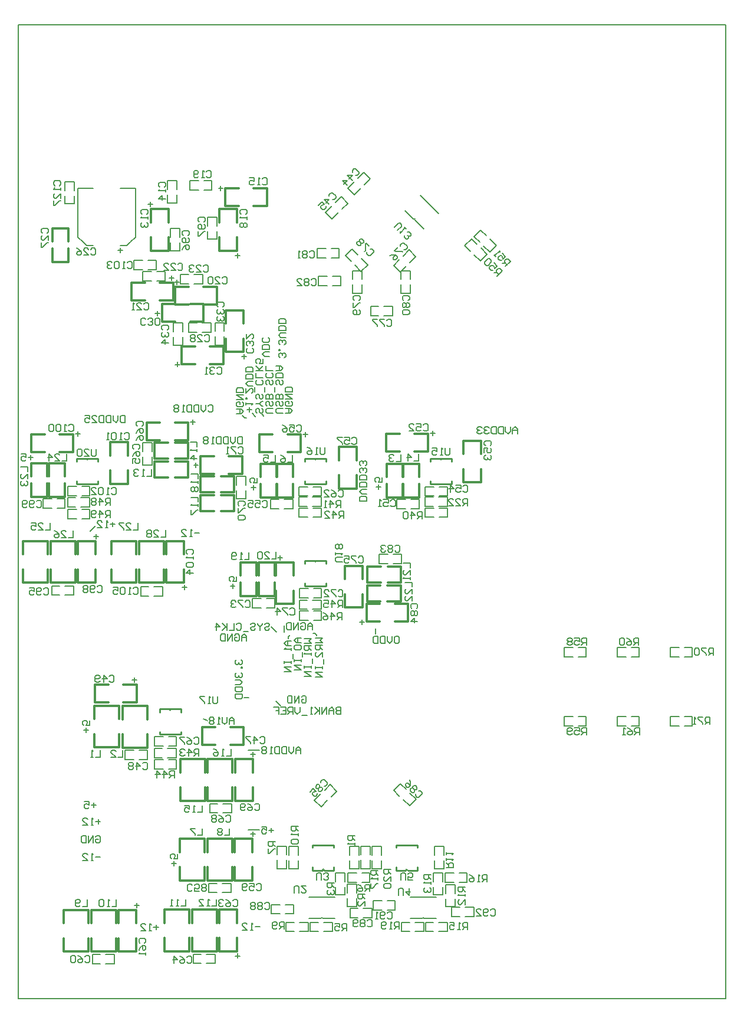
<source format=gbo>
%FSTAX23Y23*%
%MOIN*%
%SFA1B1*%

%IPPOS*%
%ADD10C,0.010000*%
%ADD51C,0.008000*%
%ADD55C,0.012000*%
G54D10*
X02201Y00726D02*
D01*
D01*
G75*
G03X02189I-00006J0D01*
G74*G01*
X0173D02*
D01*
D01*
G75*
G03X01718I-00006J0D01*
G74*G01*
X01672Y02475D02*
D01*
D01*
G75*
G03X01684I00006J0D01*
G74*G01*
X00852Y01637D02*
D01*
D01*
G75*
G03X00864I00006J0D01*
G74*G01*
X01672Y03052D02*
D01*
D01*
G75*
G03X01684I00006J0D01*
G74*G01*
X02384D02*
D01*
D01*
G75*
G03X02396I00006J0D01*
G74*G01*
X00383D02*
D01*
D01*
G75*
G03X00395I00006J0D01*
G74*G01*
X02135Y00726D02*
X02189D01*
X02201D02*
X02255D01*
Y00744*
X02135Y00726D02*
Y00744D01*
Y00869D02*
X02255D01*
X02135Y00854D02*
Y00869D01*
X02255Y00854D02*
Y00869D01*
X01664Y00726D02*
X01718D01*
X0173D02*
X01784D01*
Y00744*
X01664Y00726D02*
Y00744D01*
Y00869D02*
X01784D01*
X01664Y00854D02*
Y00869D01*
X01784Y00854D02*
Y00869D01*
X01618Y02332D02*
Y02347D01*
X01738Y02332D02*
Y02347D01*
X01618Y02332D02*
X01738D01*
Y02457D02*
Y02475D01*
X01618Y02457D02*
Y02475D01*
X01672*
X01684D02*
X01738D01*
X00798Y01494D02*
Y01509D01*
X00918Y01494D02*
Y01509D01*
X00798Y01494D02*
X00918D01*
Y01619D02*
Y01637D01*
X00798Y01619D02*
Y01637D01*
X00852*
X00864D02*
X00918D01*
X01618Y02909D02*
Y02924D01*
X01738Y02909D02*
Y02924D01*
X01618Y02909D02*
X01738D01*
Y03034D02*
Y03052D01*
X01618Y03034D02*
Y03052D01*
X01672*
X01684D02*
X01738D01*
X0233Y02909D02*
Y02924D01*
X0245Y02909D02*
Y02924D01*
X0233Y02909D02*
X0245D01*
Y03034D02*
Y03052D01*
X0233Y03034D02*
Y03052D01*
X02384*
X02396D02*
X0245D01*
X00329Y02909D02*
Y02924D01*
X00449Y02909D02*
Y02924D01*
X00329Y02909D02*
X00449D01*
Y03034D02*
Y03052D01*
X00329Y03034D02*
Y03052D01*
X00383*
X00395D02*
X00449D01*
G54D51*
X02243Y04397D02*
D01*
D01*
G75*
G03X02234Y04406I-00004J00004D01*
G74*G01*
X02294Y00454D02*
D01*
D01*
G75*
G03X02281I-00006J-00001D01*
G74*G01*
X01722D02*
D01*
D01*
G75*
G03X01709I-00006J-00001D01*
G74*G01*
X00634Y04274D02*
X00663Y04303D01*
X00614Y04254D02*
X00634Y04274D01*
X00663Y04303D02*
Y04579D01*
X00576D02*
X00663D01*
X00576Y04254D02*
X00614D01*
X00386D02*
X00424D01*
X00337Y04579D02*
X00424D01*
X00337Y04303D02*
Y04579D01*
X00366Y04274D02*
X00386Y04254D01*
X00337Y04303D02*
X00366Y04274D01*
X03765Y01596D02*
X0381D01*
X03765Y01543D02*
X0381D01*
X03685D02*
X03735D01*
X03685Y01596D02*
X03735D01*
X0381Y01543D02*
Y01596D01*
X03685Y01543D02*
Y01596D01*
X03765Y01986D02*
X0381D01*
X03765Y01933D02*
X0381D01*
X03685D02*
X03735D01*
X03685Y01986D02*
X03735D01*
X0381Y01933D02*
Y01986D01*
X03685Y01933D02*
Y01986D01*
X00316Y0449D02*
Y04535D01*
X00263Y0449D02*
Y04535D01*
Y04565D02*
Y04615D01*
X00316Y04565D02*
Y04615D01*
X00263Y0449D02*
X00316D01*
X00263Y04615D02*
X00316D01*
X01668Y0219D02*
X01713D01*
X01668Y02137D02*
X01713D01*
X01588D02*
X01638D01*
X01588Y0219D02*
X01638D01*
X01713Y02137D02*
Y0219D01*
X01588Y02137D02*
Y0219D01*
X03165Y01986D02*
X0321D01*
X03165Y01933D02*
X0321D01*
X03085D02*
X03135D01*
X03085Y01986D02*
X03135D01*
X0321Y01933D02*
Y01986D01*
X03085Y01933D02*
Y01986D01*
X03165Y01596D02*
X0321D01*
X03165Y01543D02*
X0321D01*
X03085D02*
X03135D01*
X03085Y01596D02*
X03135D01*
X0321Y01543D02*
Y01596D01*
X03085Y01543D02*
Y01596D01*
X03465Y01986D02*
X0351D01*
X03465Y01933D02*
X0351D01*
X03385D02*
X03435D01*
X03385Y01986D02*
X03435D01*
X0351Y01933D02*
Y01986D01*
X03385Y01933D02*
Y01986D01*
X03465Y01596D02*
X0351D01*
X03465Y01543D02*
X0351D01*
X03385D02*
X03435D01*
X03385Y01596D02*
X03435D01*
X0351Y01543D02*
Y01596D01*
X03385Y01543D02*
Y01596D01*
X01277Y01701D02*
X01301D01*
X01266Y03295D02*
X01278Y03283D01*
X0129*
X01379Y033D02*
X01386Y03293D01*
X01377Y033D02*
X01379D01*
X01322Y03307D02*
X0134Y03289D01*
X01321Y03307D02*
X01322D01*
X01502Y0207D02*
Y02107D01*
X0143Y02101D02*
X0146Y02071D01*
X01456Y01681D02*
X01482Y01655D01*
X01456Y01681D02*
Y01682D01*
X01042Y04037D02*
Y0409D01*
X00917Y04037D02*
Y0409D01*
X00992Y04037D02*
X01042D01*
X00992Y0409D02*
X01042D01*
X00917D02*
X00962D01*
X00917Y04037D02*
X00962D01*
X01768Y04238D02*
X01813D01*
X01768Y04185D02*
X01813D01*
X01688D02*
X01738D01*
X01688Y04238D02*
X01738D01*
X01813Y04185D02*
Y04238D01*
X01688Y04185D02*
Y04238D01*
X01776Y0408D02*
X01821D01*
X01776Y04027D02*
X01821D01*
X01696D02*
X01746D01*
X01696Y0408D02*
X01746D01*
X01821Y04027D02*
Y0408D01*
X01696Y04027D02*
Y0408D01*
X01992Y03859D02*
X02037D01*
X01992Y03912D02*
X02037D01*
X02067D02*
X02117D01*
X02067Y03859D02*
X02117D01*
X01992D02*
Y03912D01*
X02117Y03859D02*
Y03912D01*
X01849Y04197D02*
X01881Y04165D01*
X01886Y04234D02*
X01918Y04202D01*
X01939Y04181D02*
X01975Y04146D01*
X01902Y04144D02*
X01937Y04108D01*
X01849Y04197D02*
X01886Y04234D01*
X01937Y04108D02*
X01975Y04146D01*
X02159Y04105D02*
X02191Y04137D01*
X02122Y04142D02*
X02153Y04174D01*
X02175Y04195D02*
X0221Y04231D01*
X02212Y04158D02*
X02247Y04193D01*
X02122Y04142D02*
X02159Y04105D01*
X0221Y04231D02*
X02247Y04193D01*
X0189Y04066D02*
Y04111D01*
X01943Y04066D02*
Y04111D01*
Y03986D02*
Y04036D01*
X0189Y03986D02*
Y04036D01*
Y04111D02*
X01943D01*
X0189Y03986D02*
X01943D01*
X02163Y04066D02*
Y04111D01*
X02216Y04066D02*
Y04111D01*
Y03986D02*
Y04036D01*
X02163Y03986D02*
Y04036D01*
Y04111D02*
X02216D01*
X02163Y03986D02*
X02216D01*
X01464Y00816D02*
Y00861D01*
X01517Y00816D02*
Y00861D01*
Y00736D02*
Y00786D01*
X01464Y00736D02*
Y00786D01*
Y00861D02*
X01517D01*
X01464Y00736D02*
X01517D01*
X01514Y0038D02*
X01559D01*
X01514Y00433D02*
X01559D01*
X01589D02*
X01639D01*
X01589Y0038D02*
X01639D01*
X01514D02*
Y00433D01*
X01639Y0038D02*
Y00433D01*
X02273Y04539D02*
X02293Y04519D01*
X02356Y04456D02*
X02377Y04436D01*
X02187Y04453D02*
X02207Y04433D01*
X02271Y04369D02*
X02291Y04349D01*
X02243Y04397D02*
X02271Y04369D01*
X02207Y04433D02*
X02234Y04406D01*
X02293Y04519D02*
X02356Y04456D01*
X02243Y00576D02*
X02332D01*
X02243Y00454D02*
X02281D01*
X02294D02*
X02333D01*
X02361*
X02215D02*
X02243D01*
X02332Y00576D02*
X02361D01*
X02215D02*
X02243D01*
X02052Y00735D02*
Y0078D01*
X01999Y00735D02*
Y0078D01*
Y0081D02*
Y0086D01*
X02052Y0081D02*
Y0086D01*
X01999Y00735D02*
X02052D01*
X01999Y0086D02*
X02052D01*
X01582Y00736D02*
Y00781D01*
X01529Y00736D02*
Y00781D01*
Y00811D02*
Y00861D01*
X01582Y00811D02*
Y00861D01*
X01529Y00736D02*
X01582D01*
X01529Y00861D02*
X01582D01*
X01926Y00735D02*
Y0078D01*
X01873Y00735D02*
Y0078D01*
Y0081D02*
Y0086D01*
X01926Y0081D02*
Y0086D01*
X01873Y00735D02*
X01926D01*
X01873Y0086D02*
X01926D01*
X01911Y00522D02*
Y00567D01*
X01858Y00522D02*
Y00567D01*
Y00597D02*
Y00647D01*
X01911Y00597D02*
Y00647D01*
X01858Y00522D02*
X01911D01*
X01858Y00647D02*
X01911D01*
X01846Y00588D02*
Y00633D01*
X01793Y00588D02*
Y00633D01*
Y00663D02*
Y00713D01*
X01846Y00663D02*
Y00713D01*
X01793Y00588D02*
X01846D01*
X01793Y00713D02*
X01846D01*
X0165Y0038D02*
X01695D01*
X0165Y00433D02*
X01695D01*
X01725D02*
X01775D01*
X01725Y0038D02*
X01775D01*
X0165D02*
Y00433D01*
X01775Y0038D02*
Y00433D01*
X01941Y00712D02*
X01986D01*
X01941Y00659D02*
X01986D01*
X01861D02*
X01911D01*
X01861Y00712D02*
X01911D01*
X01986Y00659D02*
Y00712D01*
X01861Y00659D02*
Y00712D01*
X02469Y00521D02*
Y00566D01*
X02416Y00521D02*
Y00566D01*
Y00596D02*
Y00646D01*
X02469Y00596D02*
Y00646D01*
X02416Y00521D02*
X02469D01*
X02416Y00646D02*
X02469D01*
X02398Y00587D02*
Y00632D01*
X02345Y00587D02*
Y00632D01*
Y00662D02*
Y00712D01*
X02398Y00662D02*
Y00712D01*
X02345Y00587D02*
X02398D01*
X02345Y00712D02*
X02398D01*
X02302Y0038D02*
X02347D01*
X02302Y00433D02*
X02347D01*
X02377D02*
X02427D01*
X02377Y0038D02*
X02427D01*
X02302D02*
Y00433D01*
X02427Y0038D02*
Y00433D01*
X02491Y00711D02*
X02536D01*
X02491Y00658D02*
X02536D01*
X02411D02*
X02461D01*
X02411Y00711D02*
X02461D01*
X02536Y00658D02*
Y00711D01*
X02411Y00658D02*
Y00711D01*
X02166Y0038D02*
X02211D01*
X02166Y00433D02*
X02211D01*
X02241D02*
X02291D01*
X02241Y0038D02*
X02291D01*
X02166D02*
Y00433D01*
X02291Y0038D02*
Y00433D01*
X02405Y00735D02*
Y0078D01*
X02352Y00735D02*
Y0078D01*
Y0081D02*
Y0086D01*
X02405Y0081D02*
Y0086D01*
X02352Y00735D02*
X02405D01*
X02352Y0086D02*
X02405D01*
X01936Y00815D02*
Y0086D01*
X01989Y00815D02*
Y0086D01*
Y00735D02*
Y00785D01*
X01936Y00735D02*
Y00785D01*
Y0086D02*
X01989D01*
X01936Y00735D02*
X01989D01*
X01714Y022D02*
Y02253D01*
X01589Y022D02*
Y02253D01*
X01664Y022D02*
X01714D01*
X01664Y02253D02*
X01714D01*
X01589D02*
X01634D01*
X01589Y022D02*
X01634D01*
X01589Y02264D02*
Y02317D01*
X01714Y02264D02*
Y02317D01*
X01589D02*
X01639D01*
X01589Y02264D02*
X01639D01*
X01669D02*
X01714D01*
X01669Y02317D02*
X01714D01*
X01324Y02209D02*
Y02262D01*
X01449Y02209D02*
Y02262D01*
X01324D02*
X01374D01*
X01324Y02209D02*
X01374D01*
X01404D02*
X01449D01*
X01404Y02262D02*
X01449D01*
X00768Y01297D02*
Y0135D01*
X00893Y01297D02*
Y0135D01*
X00768D02*
X00818D01*
X00768Y01297D02*
X00818D01*
X00848D02*
X00893D01*
X00848Y0135D02*
X00893D01*
X00603Y01351D02*
Y01404D01*
X00728Y01351D02*
Y01404D01*
X00603D02*
X00653D01*
X00603Y01351D02*
X00653D01*
X00683D02*
X00728D01*
X00683Y01404D02*
X00728D01*
X00893Y01363D02*
Y01416D01*
X00768Y01363D02*
Y01416D01*
X00843Y01363D02*
X00893D01*
X00843Y01416D02*
X00893D01*
X00768D02*
X00813D01*
X00768Y01363D02*
X00813D01*
X00768Y01427D02*
Y0148D01*
X00893Y01427D02*
Y0148D01*
X00768D02*
X00818D01*
X00768Y01427D02*
X00818D01*
X00848D02*
X00893D01*
X00848Y0148D02*
X00893D01*
X0214Y02769D02*
Y02822D01*
X02265Y02769D02*
Y02822D01*
X0214D02*
X0219D01*
X0214Y02769D02*
X0219D01*
X0222D02*
X02265D01*
X0222Y02822D02*
X02265D01*
X01551Y02769D02*
Y02822D01*
X01426Y02769D02*
Y02822D01*
X01501Y02769D02*
X01551D01*
X01501Y02822D02*
X01551D01*
X01426D02*
X01471D01*
X01426Y02769D02*
X01471D01*
X01586Y0272D02*
Y02773D01*
X01711Y0272D02*
Y02773D01*
X01586D02*
X01636D01*
X01586Y0272D02*
X01636D01*
X01666D02*
X01711D01*
X01666Y02773D02*
X01711D01*
X01586Y0284D02*
Y02893D01*
X01711Y0284D02*
Y02893D01*
X01586D02*
X01636D01*
X01586Y0284D02*
X01636D01*
X01666D02*
X01711D01*
X01666Y02893D02*
X01711D01*
Y02781D02*
Y02834D01*
X01586Y02781D02*
Y02834D01*
X01661Y02781D02*
X01711D01*
X01661Y02834D02*
X01711D01*
X01586D02*
X01631D01*
X01586Y02781D02*
X01631D01*
X01233Y0295D02*
X01286D01*
X01233Y02825D02*
X01286D01*
Y029D02*
Y0295D01*
X01233Y029D02*
Y0295D01*
Y02825D02*
Y0287D01*
X01286Y02825D02*
Y0287D01*
X01206Y0105D02*
Y01103D01*
X01081Y0105D02*
Y01103D01*
X01156Y0105D02*
X01206D01*
X01156Y01103D02*
X01206D01*
X01081D02*
X01126D01*
X01081Y0105D02*
X01126D01*
X00703Y0314D02*
X00756D01*
X00703Y03015D02*
X00756D01*
Y0309D02*
Y0314D01*
X00703Y0309D02*
Y0314D01*
Y03015D02*
Y0306D01*
X00756Y03015D02*
Y0306D01*
X01114Y002D02*
Y00253D01*
X00989Y002D02*
Y00253D01*
X01064Y002D02*
X01114D01*
X01064Y00253D02*
X01114D01*
X00989D02*
X01034D01*
X00989Y002D02*
X01034D01*
X00543Y00199D02*
Y00252D01*
X00418Y00199D02*
Y00252D01*
X00493Y00199D02*
X00543D01*
X00493Y00252D02*
X00543D01*
X00418D02*
X00463D01*
X00418Y00199D02*
X00463D01*
X01201Y006D02*
Y00653D01*
X01076Y006D02*
Y00653D01*
X01151Y006D02*
X01201D01*
X01151Y00653D02*
X01201D01*
X01076D02*
X01121D01*
X01076Y006D02*
X01121D01*
X02425Y02781D02*
Y02834D01*
X023Y02781D02*
Y02834D01*
X02375Y02781D02*
X02425D01*
X02375Y02834D02*
X02425D01*
X023D02*
X02345D01*
X023Y02781D02*
X02345D01*
X023Y0284D02*
Y02893D01*
X02425Y0284D02*
Y02893D01*
X023D02*
X0235D01*
X023Y0284D02*
X0235D01*
X0238D02*
X02425D01*
X0238Y02893D02*
X02425D01*
X023Y0272D02*
Y02773D01*
X02425Y0272D02*
Y02773D01*
X023D02*
X0235D01*
X023Y0272D02*
X0235D01*
X0238D02*
X02425D01*
X0238Y02773D02*
X02425D01*
X01862Y04579D02*
X019Y04542D01*
X01951Y04668D02*
X01988Y0463D01*
X01862Y04579D02*
X01898Y04615D01*
X019Y04542D02*
X01935Y04577D01*
X01956Y04598D02*
X01988Y0463D01*
X01919Y04636D02*
X01951Y04668D01*
X01736Y04442D02*
X01774Y04405D01*
X01825Y04531D02*
X01862Y04493D01*
X01736Y04442D02*
X01772Y04478D01*
X01774Y04405D02*
X01809Y0444D01*
X0183Y04461D02*
X01862Y04493D01*
X01793Y04499D02*
X01825Y04531D01*
X00279Y02842D02*
Y02895D01*
X00404Y02842D02*
Y02895D01*
X00279D02*
X00329D01*
X00279Y02842D02*
X00329D01*
X00359D02*
X00404D01*
X00359Y02895D02*
X00404D01*
X00139Y02771D02*
Y02824D01*
X00264Y02771D02*
Y02824D01*
X00139D02*
X00189D01*
X00139Y02771D02*
X00189D01*
X00219D02*
X00264D01*
X00219Y02824D02*
X00264D01*
X00279Y02712D02*
Y02765D01*
X00404Y02712D02*
Y02765D01*
X00279D02*
X00329D01*
X00279Y02712D02*
X00329D01*
X00359D02*
X00404D01*
X00359Y02765D02*
X00404D01*
Y02778D02*
Y02831D01*
X00279Y02778D02*
Y02831D01*
X00354Y02778D02*
X00404D01*
X00354Y02831D02*
X00404D01*
X00279D02*
X00324D01*
X00279Y02778D02*
X00324D01*
X01674Y01122D02*
X01712Y01084D01*
X01763Y0121D02*
X018Y01173D01*
X01674Y01122D02*
X0171Y01157D01*
X01712Y01084D02*
X01747Y0112D01*
X01768Y01141D02*
X018Y01173D01*
X01731Y01179D02*
X01763Y0121D01*
X02211Y0109D02*
X02248Y01127D01*
X02122Y01178D02*
X0216Y01215D01*
X02175Y01125D02*
X02211Y0109D01*
X02213Y01162D02*
X02248Y01127D01*
X0216Y01215D02*
X02191Y01184D01*
X02122Y01178D02*
X02154Y01146D01*
X01643Y00576D02*
X01671D01*
X0176D02*
X01789D01*
X01643Y00454D02*
X01671D01*
X01761D02*
X01789D01*
X01722D02*
X01761D01*
X01671D02*
X01709D01*
X01671Y00576D02*
X0176D01*
X00876Y03818D02*
X00929D01*
X00876Y03693D02*
X00929D01*
Y03768D02*
Y03818D01*
X00876Y03768D02*
Y03818D01*
Y03693D02*
Y03738D01*
X00929Y03693D02*
Y03738D01*
X01111Y03693D02*
X01164D01*
X01111Y03818D02*
X01164D01*
X01111Y03693D02*
Y03743D01*
X01164Y03693D02*
Y03743D01*
Y03773D02*
Y03818D01*
X01111Y03773D02*
Y03818D01*
X0204Y02458D02*
Y02511D01*
X02165Y02458D02*
Y02511D01*
X0204D02*
X0209D01*
X0204Y02458D02*
X0209D01*
X0212D02*
X02165D01*
X0212Y02511D02*
X02165D01*
X00654Y04118D02*
Y04171D01*
X00779Y04118D02*
Y04171D01*
X00654D02*
X00704D01*
X00654Y04118D02*
X00704D01*
X00734D02*
X00779D01*
X00734Y04171D02*
X00779D01*
X00843Y0462D02*
X00896D01*
X00843Y04495D02*
X00896D01*
Y0457D02*
Y0462D01*
X00843Y0457D02*
Y0462D01*
Y04495D02*
Y0454D01*
X00896Y04495D02*
Y0454D01*
X00969Y04568D02*
Y04621D01*
X01094Y04568D02*
Y04621D01*
X00969D02*
X01019D01*
X00969Y04568D02*
X01019D01*
X01049D02*
X01094D01*
X01049Y04621D02*
X01094D01*
X01069Y04416D02*
X01122D01*
X01069Y04291D02*
X01122D01*
Y04366D02*
Y04416D01*
X01069Y04366D02*
Y04416D01*
Y04291D02*
Y04336D01*
X01122Y04291D02*
Y04336D01*
X0086Y04351D02*
X00913D01*
X0086Y04226D02*
X00913D01*
Y04301D02*
Y04351D01*
X0086Y04301D02*
Y04351D01*
Y04226D02*
Y04271D01*
X00913Y04226D02*
Y04271D01*
X00704Y04054D02*
Y04107D01*
X00829Y04054D02*
Y04107D01*
X00704D02*
X00754D01*
X00704Y04054D02*
X00754D01*
X00784D02*
X00829D01*
X00784Y04107D02*
X00829D01*
X01088Y03764D02*
Y03817D01*
X00963Y03764D02*
Y03817D01*
X01038Y03764D02*
X01088D01*
X01038Y03817D02*
X01088D01*
X00963D02*
X01008D01*
X00963Y03764D02*
X01008D01*
X02665Y04217D02*
X02702Y04254D01*
X02577Y04305D02*
X02614Y04343D01*
X0263Y04252D02*
X02665Y04217D01*
X02667Y0429D02*
X02702Y04254D01*
X02614Y04343D02*
X02646Y04311D01*
X02577Y04305D02*
X02608Y04274D01*
X02613Y04167D02*
X0265Y04204D01*
X02524Y04255D02*
X02562Y04293D01*
X02577Y04202D02*
X02613Y04167D01*
X02615Y0424D02*
X0265Y04204D01*
X02562Y04293D02*
X02594Y04261D01*
X02524Y04255D02*
X02556Y04223D01*
X0143Y0048D02*
Y00533D01*
X01555Y0048D02*
Y00533D01*
X0143D02*
X0148D01*
X0143Y0048D02*
X0148D01*
X0151D02*
X01555D01*
X0151Y00533D02*
X01555D01*
X02Y00458D02*
Y00511D01*
X01875Y00458D02*
Y00511D01*
X0195Y00458D02*
X02D01*
X0195Y00511D02*
X02D01*
X01875D02*
X0192D01*
X01875Y00458D02*
X0192D01*
X02005Y00501D02*
Y00554D01*
X0213Y00501D02*
Y00554D01*
X02005D02*
X02055D01*
X02005Y00501D02*
X02055D01*
X02085D02*
X0213D01*
X02085Y00554D02*
X0213D01*
X02575Y00464D02*
Y00517D01*
X0245Y00464D02*
Y00517D01*
X02525Y00464D02*
X02575D01*
X02525Y00517D02*
X02575D01*
X0245D02*
X02495D01*
X0245Y00464D02*
X02495D01*
X00817Y02276D02*
Y02329D01*
X00692Y02276D02*
Y02329D01*
X00767Y02276D02*
X00817D01*
X00767Y02329D02*
X00817D01*
X00692D02*
X00737D01*
X00692Y02276D02*
X00737D01*
X00314Y0228D02*
Y02333D01*
X00189Y0228D02*
Y02333D01*
X00264Y0228D02*
X00314D01*
X00264Y02333D02*
X00314D01*
X00189D02*
X00234D01*
X00189Y0228D02*
X00234D01*
X01525Y02045D02*
X01535Y02055D01*
X01525Y02035D02*
Y02045D01*
X01665Y02065D02*
X01675D01*
X01685Y02055*
Y0205D02*
Y02055D01*
X0202Y0206D02*
Y0209D01*
X01046Y01581D02*
X0107Y0157D01*
X00407Y02643D02*
X00437Y02673D01*
X01299Y01406D02*
X01364D01*
X01299Y00955D02*
X01364D01*
X0391Y0155D02*
Y0159D01*
X0389*
X03883Y01583*
Y0157*
X0389Y01563*
X0391*
X03897D02*
X03883Y0155D01*
X0387Y0159D02*
X03843D01*
Y01583*
X0387Y01557*
Y0155*
X0383D02*
X03817D01*
X03823*
Y0159*
X0383Y01583*
X0393Y0194D02*
Y0198D01*
X0391*
X03903Y01973*
Y0196*
X0391Y01953*
X0393*
X03917D02*
X03903Y0194D01*
X0389Y0198D02*
X03863D01*
Y01973*
X0389Y01947*
Y0194*
X0385Y01973D02*
X03843Y0198D01*
X0383*
X03823Y01973*
Y01947*
X0383Y0194*
X03843*
X0385Y01947*
Y01973*
X00207Y04593D02*
X002Y046D01*
Y04613*
X00207Y0462*
X00233*
X0024Y04613*
Y046*
X00233Y04593*
X0024Y0458D02*
Y04567D01*
Y04573*
X002*
X00207Y0458*
X0024Y0452D02*
Y04547D01*
X00213Y0452*
X00207*
X002Y04527*
Y0454*
X00207Y04547*
X002Y04507D02*
Y0448D01*
X00207*
X00233Y04507*
X0024*
X01828Y02142D02*
Y02182D01*
X01808*
X01801Y02176*
Y02162*
X01808Y02156*
X01828*
X01815D02*
X01801Y02142D01*
X01768D02*
Y02182D01*
X01788Y02162*
X01761*
X01721Y02182D02*
X01735Y02176D01*
X01748Y02162*
Y02149*
X01741Y02142*
X01728*
X01721Y02149*
Y02156*
X01728Y02162*
X01748*
X03511Y01492D02*
Y01532D01*
X03491*
X03484Y01525*
Y01512*
X03491Y01505*
X03511*
X03497D02*
X03484Y01492D01*
X03444Y01532D02*
X03457Y01525D01*
X03471Y01512*
Y01499*
X03464Y01492*
X03451*
X03444Y01499*
Y01505*
X03451Y01512*
X03471*
X03431Y01492D02*
X03417D01*
X03424*
Y01532*
X03431Y01525*
X03506Y01997D02*
Y02037D01*
X03486*
X03479Y0203*
Y02017*
X03486Y0201*
X03506*
X03492D02*
X03479Y01997D01*
X03439Y02037D02*
X03452Y0203D01*
X03466Y02017*
Y02004*
X03459Y01997*
X03446*
X03439Y02004*
Y0201*
X03446Y02017*
X03466*
X03426Y0203D02*
X03419Y02037D01*
X03406*
X03399Y0203*
Y02004*
X03406Y01997*
X03419*
X03426Y02004*
Y0203*
X03211Y01492D02*
Y01532D01*
X03191*
X03184Y01525*
Y01512*
X03191Y01505*
X03211*
X03197D02*
X03184Y01492D01*
X03144Y01532D02*
X03171D01*
Y01512*
X03157Y01519*
X03151*
X03144Y01512*
Y01499*
X03151Y01492*
X03164*
X03171Y01499*
X03131D02*
X03124Y01492D01*
X03111*
X03104Y01499*
Y01525*
X03111Y01532*
X03124*
X03131Y01525*
Y01519*
X03124Y01512*
X03104*
X03211Y01997D02*
Y02037D01*
X03191*
X03184Y0203*
Y02017*
X03191Y0201*
X03211*
X03197D02*
X03184Y01997D01*
X03144Y02037D02*
X03171D01*
Y02017*
X03157Y02024*
X03151*
X03144Y02017*
Y02004*
X03151Y01997*
X03164*
X03171Y02004*
X03131Y0203D02*
X03124Y02037D01*
X03111*
X03104Y0203*
Y02024*
X03111Y02017*
X03104Y0201*
Y02004*
X03111Y01997*
X03124*
X03131Y02004*
Y0201*
X03124Y02017*
X03131Y02024*
Y0203*
X03124Y02017D02*
X03111D01*
X01655Y04061D02*
X01662Y04067D01*
X01675*
X01682Y04061*
Y04034*
X01675Y04027*
X01662*
X01655Y04034*
X01642Y04061D02*
X01635Y04067D01*
X01622*
X01615Y04061*
Y04054*
X01622Y04047*
X01615Y04041*
Y04034*
X01622Y04027*
X01635*
X01642Y04034*
Y04041*
X01635Y04047*
X01642Y04054*
Y04061*
X01635Y04047D02*
X01622D01*
X01575Y04027D02*
X01602D01*
X01575Y04054*
Y04061*
X01582Y04067*
X01595*
X01602Y04061*
X01647Y04219D02*
X01654Y04225D01*
X01667*
X01674Y04219*
Y04192*
X01667Y04185*
X01654*
X01647Y04192*
X01634Y04219D02*
X01627Y04225D01*
X01614*
X01607Y04219*
Y04212*
X01614Y04205*
X01607Y04199*
Y04192*
X01614Y04185*
X01627*
X01634Y04192*
Y04199*
X01627Y04205*
X01634Y04212*
Y04219*
X01627Y04205D02*
X01614D01*
X01594Y04185D02*
X01581D01*
X01587*
Y04225*
X01594Y04219*
X02177Y03944D02*
X02171Y03951D01*
Y03964*
X02177Y03971*
X02204*
X02211Y03964*
Y03951*
X02204Y03944*
X02177Y03931D02*
X02171Y03924D01*
Y03911*
X02177Y03904*
X02184*
X02191Y03911*
X02197Y03904*
X02204*
X02211Y03911*
Y03924*
X02204Y03931*
X02197*
X02191Y03924*
X02184Y03931*
X02177*
X02191Y03924D02*
Y03911D01*
X02177Y03891D02*
X02171Y03884D01*
Y03871*
X02177Y03864*
X02204*
X02211Y03871*
Y03884*
X02204Y03891*
X02177*
X01899Y03944D02*
X01892Y03951D01*
Y03964*
X01899Y03971*
X01926*
X01932Y03964*
Y03951*
X01926Y03944*
X01892Y03931D02*
Y03904D01*
X01899*
X01926Y03931*
X01932*
X01926Y03891D02*
X01932Y03884D01*
Y03871*
X01926Y03864*
X01899*
X01892Y03871*
Y03884*
X01899Y03891*
X01906*
X01912Y03884*
Y03864*
X01989Y04235D02*
X01998D01*
X02008Y04226*
Y04217*
X01989Y04198*
X01979*
X0197Y04207*
Y04217*
X01984Y0425D02*
X01965Y04268D01*
X01961Y04264*
Y04226*
X01956Y04221*
X01951Y04273D02*
Y04283D01*
X01942Y04292*
X01932*
X01928Y04287*
Y04278*
X01918*
X01913Y04273*
Y04264*
X01923Y04254*
X01932*
X01937Y04259*
Y04268*
X01946*
X01951Y04273*
X01937Y04268D02*
X01928Y04278D01*
X02082Y03833D02*
X02089Y03839D01*
X02102*
X02109Y03833*
Y03806*
X02102Y03799*
X02089*
X02082Y03806*
X02069Y03839D02*
X02042D01*
Y03833*
X02069Y03806*
Y03799*
X02029Y03839D02*
X02002D01*
Y03833*
X02029Y03806*
Y03799*
X0216Y0425D02*
Y04259D01*
X02169Y04269*
X02179*
X02198Y0425*
Y04241*
X02188Y04231*
X02179*
X02146Y04245D02*
X02127Y04226D01*
X02132Y04222*
X02169*
X02174Y04217*
X02099Y04198D02*
X02113Y04203D01*
X02132*
X02141Y04193*
Y04184*
X02132Y04175*
X02122*
X02118Y04179*
Y04189*
X02132Y04203*
X01757Y04534D02*
Y04543D01*
X01767Y04553*
X01776*
X01795Y04534*
Y04525*
X01785Y04515*
X01776*
X01757Y04487D02*
X01729Y04515D01*
X01757*
X01738Y04496*
X01696Y04482D02*
X01715Y04501D01*
X01729Y04487*
X01715Y04482*
X0171Y04477*
Y04468*
X01719Y04459*
X01729*
X01738Y04468*
Y04477*
X01888Y04669D02*
Y04679D01*
X01897Y04688*
X01906*
X01925Y04669*
Y0466*
X01916Y04651*
X01906*
X01888Y04622D02*
X01859Y04651D01*
X01888*
X01869Y04632*
X01859Y04594D02*
X01831Y04622D01*
X01859*
X0184Y04603*
X02162Y00672D02*
Y00705D01*
X02168Y00712*
X02182*
X02188Y00705*
Y00672*
X02228D02*
X02202D01*
Y00692*
X02215Y00685*
X02222*
X02228Y00692*
Y00705*
X02222Y00712*
X02208*
X02202Y00705*
X02106Y00732D02*
X02066D01*
Y00712*
X02073Y00705*
X02086*
X02093Y00712*
Y00732*
Y00719D02*
X02106Y00705D01*
Y00665D02*
Y00692D01*
X0208Y00665*
X02073*
X02066Y00672*
Y00685*
X02073Y00692*
Y00652D02*
X02066Y00645D01*
Y00632*
X02073Y00625*
X021*
X02106Y00632*
Y00645*
X021Y00652*
X02073*
X02153Y00395D02*
Y00435D01*
X02133*
X02126Y00428*
Y00415*
X02133Y00408*
X02153*
X02139D02*
X02126Y00395D01*
X02113D02*
X02099D01*
X02106*
Y00435*
X02113Y00428*
X0208Y00401D02*
X02073Y00395D01*
X0206*
X02053Y00401*
Y00428*
X0206Y00435*
X02073*
X0208Y00428*
Y00421*
X02073Y00415*
X02053*
X02034Y00726D02*
X01994D01*
Y00706*
X02001Y00699*
X02014*
X02021Y00706*
Y00726*
Y00712D02*
X02034Y00699D01*
Y00686D02*
Y00672D01*
Y00679*
X01994*
X02001Y00686*
X01994Y00652D02*
Y00626D01*
X02001*
X02027Y00652*
X02034*
X02649Y00662D02*
Y00702D01*
X02629*
X02622Y00696*
Y00682*
X02629Y00676*
X02649*
X02636D02*
X02622Y00662D01*
X02609D02*
X02596D01*
X02602*
Y00702*
X02609Y00696*
X02549Y00702D02*
X02562Y00696D01*
X02576Y00682*
Y00669*
X02569Y00662*
X02556*
X02549Y00669*
Y00676*
X02556Y00682*
X02576*
X02538Y00392D02*
Y00432D01*
X02518*
X02511Y00425*
Y00412*
X02518Y00405*
X02538*
X02524D02*
X02511Y00392D01*
X02498D02*
X02484D01*
X02491*
Y00432*
X02498Y00425*
X02438Y00432D02*
X02464D01*
Y00412*
X02451Y00418*
X02444*
X02438Y00412*
Y00398*
X02444Y00392*
X02458*
X02464Y00398*
X02334Y00703D02*
X02294D01*
Y00683*
X023Y00676*
X02314*
X0232Y00683*
Y00703*
Y00689D02*
X02334Y00676D01*
Y00663D02*
Y00649D01*
Y00656*
X02294*
X023Y00663*
Y00629D02*
X02294Y00623D01*
Y00609*
X023Y00603*
X02307*
X02314Y00609*
Y00616*
Y00609*
X0232Y00603*
X02327*
X02334Y00609*
Y00623*
X02327Y00629*
X02525Y00633D02*
X02485D01*
Y00613*
X02492Y00606*
X02505*
X02512Y00613*
Y00633*
Y0062D02*
X02525Y00606D01*
Y00593D02*
Y0058D01*
Y00586*
X02485*
X02492Y00593*
X02525Y00533D02*
Y0056D01*
X02499Y00533*
X02492*
X02485Y0054*
Y00553*
X02492Y0056*
X0242Y00742D02*
X02459D01*
Y00761*
X02453Y00768*
X02439*
X02433Y00761*
Y00742*
Y00755D02*
X0242Y00768D01*
Y00781D02*
Y00795D01*
Y00788*
X02459*
X02453Y00781*
X0242Y00815D02*
Y00828D01*
Y00821*
X02459*
X02453Y00815*
X01582Y00975D02*
X01542D01*
Y00955*
X01549Y00949*
X01562*
X01569Y00955*
Y00975*
Y00962D02*
X01582Y00949D01*
Y00935D02*
Y00922D01*
Y00929*
X01542*
X01549Y00935*
Y00902D02*
X01542Y00895D01*
Y00882*
X01549Y00875*
X01576*
X01582Y00882*
Y00895*
X01576Y00902*
X01549*
X01502Y00394D02*
Y00434D01*
X01482*
X01475Y00428*
Y00414*
X01482Y00408*
X01502*
X01488D02*
X01475Y00394D01*
X01462Y00401D02*
X01455Y00394D01*
X01442*
X01435Y00401*
Y00428*
X01442Y00434*
X01455*
X01462Y00428*
Y00421*
X01455Y00414*
X01435*
X01452Y00887D02*
X01413D01*
Y00867*
X01419Y0086*
X01433*
X01439Y00867*
Y00887*
Y00873D02*
X01452Y0086D01*
X01413Y00847D02*
Y0082D01*
X01419*
X01446Y00847*
X01452*
X01985Y00607D02*
Y00646D01*
X01965*
X01958Y0064*
Y00626*
X01965Y0062*
X01985*
X01971D02*
X01958Y00607D01*
X01918Y00646D02*
X01931Y0064D01*
X01945Y00626*
Y00613*
X01938Y00607*
X01925*
X01918Y00613*
Y0062*
X01925Y00626*
X01945*
X01855Y00384D02*
Y00424D01*
X01835*
X01828Y00418*
Y00404*
X01835Y00398*
X01855*
X01841D02*
X01828Y00384D01*
X01788Y00424D02*
X01815D01*
Y00404*
X01801Y00411*
X01795*
X01788Y00404*
Y00391*
X01795Y00384*
X01808*
X01815Y00391*
X01785Y00655D02*
X01745D01*
Y00636*
X01751Y00629*
X01765*
X01771Y00636*
Y00655*
Y00642D02*
X01785Y00629D01*
X01751Y00616D02*
X01745Y00609D01*
Y00596*
X01751Y00589*
X01758*
X01765Y00596*
Y00602*
Y00596*
X01771Y00589*
X01778*
X01785Y00596*
Y00609*
X01778Y00616*
X01959Y00592D02*
X0192D01*
Y00573*
X01926Y00566*
X0194*
X01946Y00573*
Y00592*
Y00579D02*
X01959Y00566D01*
Y00526D02*
Y00553D01*
X01933Y00526*
X01926*
X0192Y00533*
Y00546*
X01926Y00553*
X01904Y00921D02*
X01864D01*
Y00901*
X0187Y00894*
X01884*
X0189Y00901*
Y00921*
Y00908D02*
X01904Y00894D01*
Y00881D02*
Y00868D01*
Y00874*
X01864*
X0187Y00881*
X01687Y00672D02*
Y00705D01*
X01694Y00712*
X01707*
X01714Y00705*
Y00672*
X01727Y00679D02*
X01734Y00672D01*
X01747*
X01754Y00679*
Y00685*
X01747Y00692*
X01741*
X01747*
X01754Y00699*
Y00705*
X01747Y00712*
X01734*
X01727Y00705*
X02149Y00584D02*
Y00618D01*
X02156Y00624*
X02169*
X02176Y00618*
Y00584*
X02209Y00624D02*
Y00584D01*
X02189Y00604*
X02216*
X01064Y04671D02*
X0107Y04678D01*
X01084*
X0109Y04671*
Y04645*
X01084Y04638*
X0107*
X01064Y04645*
X01051Y04638D02*
X01037D01*
X01044*
Y04678*
X01051Y04671*
X01017Y04645D02*
X01011Y04638D01*
X00997*
X00991Y04645*
Y04671*
X00997Y04678*
X01011*
X01017Y04671*
Y04665*
X01011Y04658*
X00991*
X01152Y04072D02*
X01158Y04079D01*
X01172*
X01178Y04072*
Y04046*
X01172Y04039*
X01158*
X01152Y04046*
X01112Y04039D02*
X01139D01*
X01112Y04066*
Y04072*
X01119Y04079*
X01132*
X01139Y04072*
X01099D02*
X01092Y04079D01*
X01079*
X01072Y04072*
Y04046*
X01079Y04039*
X01092*
X01099Y04046*
Y04072*
X0071Y03925D02*
X00716Y03932D01*
X0073*
X00736Y03925*
Y03899*
X0073Y03892*
X00716*
X0071Y03899*
X0067Y03892D02*
X00697D01*
X0067Y03919*
Y03925*
X00677Y03932*
X0069*
X00697Y03925*
X00657Y03892D02*
X00643D01*
X0065*
Y03932*
X00657Y03925*
X00901Y04149D02*
X00907Y04156D01*
X00921*
X00927Y04149*
Y04123*
X00921Y04116*
X00907*
X00901Y04123*
X00861Y04116D02*
X00888D01*
X00861Y04143*
Y04149*
X00868Y04156*
X00881*
X00888Y04149*
X00821Y04116D02*
X00848D01*
X00821Y04143*
Y04149*
X00828Y04156*
X00841*
X00848Y04149*
X01047Y04137D02*
X01053Y04144D01*
X01067*
X01073Y04137*
Y04111*
X01067Y04104*
X01053*
X01047Y04111*
X01007Y04104D02*
X01034D01*
X01007Y04131*
Y04137*
X01014Y04144*
X01027*
X01034Y04137*
X00994D02*
X00987Y04144D01*
X00974*
X00967Y04137*
Y04131*
X00974Y04124*
X0098*
X00974*
X00967Y04117*
Y04111*
X00974Y04104*
X00987*
X00994Y04111*
X0041Y04233D02*
X00417Y0424D01*
X0043*
X00437Y04233*
Y04207*
X0043Y042*
X00417*
X0041Y04207*
X0037Y042D02*
X00397D01*
X0037Y04227*
Y04233*
X00377Y0424*
X0039*
X00397Y04233*
X0033Y0424D02*
X00344Y04233D01*
X00357Y0422*
Y04207*
X0035Y042*
X00337*
X0033Y04207*
Y04213*
X00337Y0422*
X00357*
X00135Y04326D02*
X00128Y04333D01*
Y04346*
X00135Y04353*
X00161*
X00168Y04346*
Y04333*
X00161Y04326*
X00168Y04286D02*
Y04313D01*
X00141Y04286*
X00135*
X00128Y04293*
Y04306*
X00135Y04313*
X00128Y04273D02*
Y04246D01*
X00135*
X00161Y04273*
X00168*
X01052Y03745D02*
X01058Y03752D01*
X01072*
X01078Y03745*
Y03719*
X01072Y03712*
X01058*
X01052Y03719*
X01012Y03712D02*
X01039D01*
X01012Y03739*
Y03745*
X01019Y03752*
X01032*
X01039Y03745*
X00999D02*
X00992Y03752D01*
X00979*
X00972Y03745*
Y03739*
X00979Y03732*
X00972Y03725*
Y03719*
X00979Y03712*
X00992*
X00999Y03719*
Y03725*
X00992Y03732*
X00999Y03739*
Y03745*
X00992Y03732D02*
X00979D01*
X00719Y03813D02*
X00712Y03806D01*
X00699*
X00692Y03813*
Y03839*
X00699Y03846*
X00712*
X00719Y03839*
X00732Y03813D02*
X00739Y03806D01*
X00752*
X00759Y03813*
Y03819*
X00752Y03826*
X00745*
X00752*
X00759Y03833*
Y03839*
X00752Y03846*
X00739*
X00732Y03839*
X00772Y03813D02*
X00779Y03806D01*
X00792*
X00799Y03813*
Y03839*
X00792Y03846*
X00779*
X00772Y03839*
Y03813*
X01122Y03561D02*
X01128Y03568D01*
X01142*
X01148Y03561*
Y03535*
X01142Y03528*
X01128*
X01122Y03535*
X01109Y03561D02*
X01102Y03568D01*
X01089*
X01082Y03561*
Y03555*
X01089Y03548*
X01095*
X01089*
X01082Y03541*
Y03535*
X01089Y03528*
X01102*
X01109Y03535*
X01069Y03528D02*
X01055D01*
X01062*
Y03568*
X01069Y03561*
X01321Y03675D02*
X01328Y03668D01*
Y03655*
X01321Y03648*
X01295*
X01288Y03655*
Y03668*
X01295Y03675*
X01321Y03688D02*
X01328Y03695D01*
Y03708*
X01321Y03715*
X01315*
X01308Y03708*
Y03701*
Y03708*
X01301Y03715*
X01295*
X01288Y03708*
Y03695*
X01295Y03688*
X01288Y03755D02*
Y03728D01*
X01315Y03755*
X01321*
X01328Y03748*
Y03735*
X01321Y03728*
X0113Y03908D02*
X01123Y03914D01*
Y03928*
X0113Y03934*
X01156*
X01163Y03928*
Y03914*
X01156Y03908*
X0113Y03895D02*
X01123Y03888D01*
Y03875*
X0113Y03868*
X01136*
X01143Y03875*
Y03881*
Y03875*
X0115Y03868*
X01156*
X01163Y03875*
Y03888*
X01156Y03895*
X0113Y03855D02*
X01123Y03848D01*
Y03835*
X0113Y03828*
X01136*
X01143Y03835*
Y03841*
Y03835*
X0115Y03828*
X01156*
X01163Y03835*
Y03848*
X01156Y03855*
X00817Y03779D02*
X0081Y03785D01*
Y03799*
X00817Y03805*
X00843*
X0085Y03799*
Y03785*
X00843Y03779*
X00817Y03766D02*
X0081Y03759D01*
Y03746*
X00817Y03739*
X00823*
X0083Y03746*
Y03752*
Y03746*
X00837Y03739*
X00843*
X0085Y03746*
Y03759*
X00843Y03766*
X0085Y03706D02*
X0081D01*
X0083Y03726*
Y03699*
X02125Y04358D02*
X02149Y04382D01*
X02158*
X02167Y04373*
Y04363*
X02144Y0434*
X02182Y04358D02*
X02191Y04349D01*
X02186Y04354*
X02158Y04325*
Y04335*
X02182Y04311D02*
Y04302D01*
X02191Y04292*
X022*
X02205Y04297*
Y04307*
X022Y04311*
X02205Y04307*
X02215*
X02219Y04311*
Y04321*
X0221Y0433*
X022*
X00698Y04432D02*
X00692Y04439D01*
Y04452*
X00698Y04458*
X00725*
X00732Y04452*
Y04439*
X00725Y04432*
X00732Y04419D02*
Y04405D01*
Y04412*
X00692*
X00698Y04419*
Y04385D02*
X00692Y04379D01*
Y04365*
X00698Y04359*
X00705*
X00712Y04365*
Y04372*
Y04365*
X00718Y04359*
X00725*
X00732Y04365*
Y04379*
X00725Y04385*
X00798Y04584D02*
X00792Y04591D01*
Y04604*
X00798Y0461*
X00825*
X00831Y04604*
Y04591*
X00825Y04584*
X00831Y04571D02*
Y04557D01*
Y04564*
X00792*
X00798Y04571*
X00831Y04517D02*
X00792D01*
X00812Y04537*
Y04511*
X01379Y0463D02*
X01385Y04637D01*
X01399*
X01405Y0463*
Y04603*
X01399Y04597*
X01385*
X01379Y04603*
X01365Y04597D02*
X01352D01*
X01359*
Y04637*
X01365Y0463*
X01305Y04637D02*
X01332D01*
Y04617*
X01319Y04623*
X01312*
X01305Y04617*
Y04603*
X01312Y04597*
X01325*
X01332Y04603*
X0126Y0443D02*
X01254Y04437D01*
Y0445*
X0126Y04457*
X01287*
X01293Y0445*
Y04437*
X01287Y0443*
X01293Y04417D02*
Y04403D01*
Y0441*
X01254*
X0126Y04417*
Y04383D02*
X01254Y04377D01*
Y04363*
X0126Y04357*
X01267*
X01274Y04363*
X0128Y04357*
X01287*
X01293Y04363*
Y04377*
X01287Y04383*
X0128*
X01274Y04377*
X01267Y04383*
X0126*
X01274Y04377D02*
Y04363D01*
X01922Y02493D02*
X01929Y025D01*
X01942*
X01949Y02493*
Y02467*
X01942Y0246*
X01929*
X01922Y02467*
X01909Y025D02*
X01882D01*
Y02493*
X01909Y02467*
Y0246*
X01842Y025D02*
X01869D01*
Y0248*
X01856Y02487*
X01849*
X01842Y0248*
Y02467*
X01849Y0246*
X01862*
X01869Y02467*
X01366Y01476D02*
X01373Y01482D01*
X01386*
X01393Y01476*
Y01449*
X01386Y01442*
X01373*
X01366Y01449*
X01333Y01442D02*
Y01482D01*
X01353Y01462*
X01326*
X01313Y01482D02*
X01286D01*
Y01476*
X01313Y01449*
Y01442*
X00702Y0133D02*
X00709Y01336D01*
X00722*
X00729Y0133*
Y01303*
X00722Y01296*
X00709*
X00702Y01303*
X00669Y01296D02*
Y01336D01*
X00689Y01316*
X00662*
X00649Y0133D02*
X00642Y01336D01*
X00629*
X00622Y0133*
Y01323*
X00629Y01316*
X00622Y0131*
Y01303*
X00629Y01296*
X00642*
X00649Y01303*
Y0131*
X00642Y01316*
X00649Y01323*
Y0133*
X00642Y01316D02*
X00629D01*
X00514Y01821D02*
X00521Y01827D01*
X00534*
X0054Y01821*
Y01794*
X00534Y01788*
X00521*
X00514Y01794*
X00481Y01788D02*
Y01827D01*
X00501Y01807*
X00474*
X00461Y01794D02*
X00454Y01788D01*
X00441*
X00434Y01794*
Y01821*
X00441Y01827*
X00454*
X00461Y01821*
Y01814*
X00454Y01807*
X00434*
X02104Y02813D02*
X02111Y0282D01*
X02124*
X02131Y02813*
Y02786*
X02124Y0278*
X02111*
X02104Y02786*
X02064Y0282D02*
X02091D01*
Y028*
X02077Y02806*
X02071*
X02064Y028*
Y02786*
X02071Y0278*
X02084*
X02091Y02786*
X02051Y0278D02*
X02037D01*
X02044*
Y0282*
X02051Y02813*
X0229Y0324D02*
X02297Y03247D01*
X0231*
X02316Y0324*
Y03213*
X0231Y03207*
X02297*
X0229Y03213*
X0225Y03247D02*
X02277D01*
Y03227*
X02263Y03233*
X02257*
X0225Y03227*
Y03213*
X02257Y03207*
X0227*
X02277Y03213*
X0221Y03207D02*
X02237D01*
X0221Y03233*
Y0324*
X02217Y03247*
X0223*
X02237Y0324*
X0138Y02807D02*
X01387Y02814D01*
X014*
X01406Y02807*
Y0278*
X014Y02774*
X01387*
X0138Y0278*
X0134Y02814D02*
X01367D01*
Y02794*
X01353Y028*
X01347*
X0134Y02794*
Y0278*
X01347Y02774*
X0136*
X01367Y0278*
X013Y02814D02*
X01327D01*
Y02794*
X01313Y028*
X01307*
X013Y02794*
Y0278*
X01307Y02774*
X0132*
X01327Y0278*
X01571Y03236D02*
X01578Y03243D01*
X01591*
X01598Y03236*
Y0321*
X01591Y03203*
X01578*
X01571Y0321*
X01531Y03243D02*
X01558D01*
Y03223*
X01545Y0323*
X01538*
X01531Y03223*
Y0321*
X01538Y03203*
X01551*
X01558Y0321*
X01491Y03243D02*
X01505Y03236D01*
X01518Y03223*
Y0321*
X01511Y03203*
X01498*
X01491Y0321*
Y03216*
X01498Y03223*
X01518*
X01884Y03165D02*
X01891Y03172D01*
X01904*
X01911Y03165*
Y03138*
X01904Y03132*
X01891*
X01884Y03138*
X01844Y03172D02*
X01871D01*
Y03152*
X01857Y03158*
X01851*
X01844Y03152*
Y03138*
X01851Y03132*
X01864*
X01871Y03138*
X01831Y03172D02*
X01804D01*
Y03165*
X01831Y03138*
Y03132*
X00982Y00614D02*
X00975Y00608D01*
X00962*
X00956Y00614*
Y00641*
X00962Y00647*
X00975*
X00982Y00641*
X01022Y00608D02*
X00995D01*
Y00628*
X01009Y00621*
X01015*
X01022Y00628*
Y00641*
X01015Y00647*
X01002*
X00995Y00641*
X01035Y00614D02*
X01042Y00608D01*
X01055*
X01062Y00614*
Y00621*
X01055Y00628*
X01062Y00634*
Y00641*
X01055Y00647*
X01042*
X01035Y00641*
Y00634*
X01042Y00628*
X01035Y00621*
Y00614*
X01042Y00628D02*
X01055D01*
X01346Y00645D02*
X01353Y00651D01*
X01366*
X01372Y00645*
Y00618*
X01366Y00612*
X01353*
X01346Y00618*
X01306Y00651D02*
X01333D01*
Y00631*
X01319Y00638*
X01313*
X01306Y00631*
Y00618*
X01313Y00612*
X01326*
X01333Y00618*
X01293D02*
X01286Y00612D01*
X01273*
X01266Y00618*
Y00645*
X01273Y00651*
X01286*
X01293Y00645*
Y00638*
X01286Y00631*
X01266*
X00377Y00238D02*
X00384Y00244D01*
X00397*
X00403Y00238*
Y00211*
X00397Y00205*
X00384*
X00377Y00211*
X00337Y00244D02*
X0035Y00238D01*
X00364Y00224*
Y00211*
X00357Y00205*
X00344*
X00337Y00211*
Y00218*
X00344Y00224*
X00364*
X00324Y00238D02*
X00317Y00244D01*
X00304*
X00297Y00238*
Y00211*
X00304Y00205*
X00317*
X00324Y00211*
Y00238*
X00687Y00315D02*
X00681Y00322D01*
Y00335*
X00687Y00342*
X00714*
X0072Y00335*
Y00322*
X00714Y00315*
X00681Y00275D02*
X00687Y00288D01*
X00701Y00302*
X00714*
X0072Y00295*
Y00282*
X00714Y00275*
X00707*
X00701Y00282*
Y00302*
X0072Y00262D02*
Y00248D01*
Y00255*
X00681*
X00687Y00262*
X0181Y02869D02*
X01817Y02876D01*
X0183*
X01837Y02869*
Y02842*
X0183Y02836*
X01817*
X0181Y02842*
X0177Y02876D02*
X01783Y02869D01*
X01797Y02856*
Y02842*
X0179Y02836*
X01777*
X0177Y02842*
Y02849*
X01777Y02856*
X01797*
X0173Y02836D02*
X01757D01*
X0173Y02862*
Y02869*
X01737Y02876*
X0175*
X01757Y02869*
X01213Y00554D02*
X0122Y00561D01*
X01233*
X0124Y00554*
Y00528*
X01233Y00521*
X0122*
X01213Y00528*
X01173Y00561D02*
X01187Y00554D01*
X012Y00541*
Y00528*
X01193Y00521*
X0118*
X01173Y00528*
Y00534*
X0118Y00541*
X012*
X0116Y00554D02*
X01153Y00561D01*
X0114*
X01133Y00554*
Y00548*
X0114Y00541*
X01147*
X0114*
X01133Y00534*
Y00528*
X0114Y00521*
X01153*
X0116Y00528*
X00952Y00234D02*
X00959Y0024D01*
X00972*
X00979Y00234*
Y00207*
X00972Y002*
X00959*
X00952Y00207*
X00912Y0024D02*
X00925Y00234D01*
X00939Y0022*
Y00207*
X00932Y002*
X00919*
X00912Y00207*
Y00214*
X00919Y0022*
X00939*
X00879Y002D02*
Y0024D01*
X00899Y0022*
X00872*
X00653Y03104D02*
X00647Y03111D01*
Y03124*
X00653Y03131*
X0068*
X00687Y03124*
Y03111*
X0068Y03104*
X00647Y03064D02*
X00653Y03077D01*
X00667Y03091*
X0068*
X00687Y03084*
Y03071*
X0068Y03064*
X00673*
X00667Y03071*
Y03091*
X00647Y03024D02*
Y03051D01*
X00667*
X0066Y03037*
Y03031*
X00667Y03024*
X0068*
X00687Y03031*
Y03044*
X0068Y03051*
X00673Y03236D02*
X00667Y03243D01*
Y03256*
X00673Y03263*
X007*
X00706Y03256*
Y03243*
X007Y03236*
X00667Y03196D02*
X00673Y03209D01*
X00687Y03223*
X007*
X00706Y03216*
Y03203*
X007Y03196*
X00693*
X00687Y03203*
Y03223*
X00667Y03156D02*
X00673Y03169D01*
X00687Y03183*
X007*
X00706Y03176*
Y03163*
X007Y03156*
X00693*
X00687Y03163*
Y03183*
X00992Y01471D02*
X00999Y01477D01*
X01012*
X01018Y01471*
Y01444*
X01012Y01438*
X00999*
X00992Y01444*
X00952Y01477D02*
X00965Y01471D01*
X00979Y01457*
Y01444*
X00972Y01438*
X00959*
X00952Y01444*
Y01451*
X00959Y01457*
X00979*
X00939Y01477D02*
X00912D01*
Y01471*
X00939Y01444*
Y01438*
X01173Y01031D02*
X0118Y01037D01*
X01193*
X01199Y01031*
Y01004*
X01193Y00998*
X0118*
X01173Y01004*
X01133Y01037D02*
X01146Y01031D01*
X0116Y01017*
Y01004*
X01153Y00998*
X0114*
X01133Y01004*
Y01011*
X0114Y01017*
X0116*
X0112Y01031D02*
X01113Y01037D01*
X011*
X01093Y01031*
Y01024*
X011Y01017*
X01093Y01011*
Y01004*
X011Y00998*
X01113*
X0112Y01004*
Y01011*
X01113Y01017*
X0112Y01024*
Y01031*
X01113Y01017D02*
X011D01*
X01337Y01097D02*
X01344Y01103D01*
X01357*
X01363Y01097*
Y0107*
X01357Y01064*
X01344*
X01337Y0107*
X01297Y01103D02*
X0131Y01097D01*
X01324Y01083*
Y0107*
X01317Y01064*
X01304*
X01297Y0107*
Y01077*
X01304Y01083*
X01324*
X01284Y0107D02*
X01277Y01064D01*
X01264*
X01257Y0107*
Y01097*
X01264Y01103*
X01277*
X01284Y01097*
Y0109*
X01277Y01083*
X01257*
X01247Y02785D02*
X01241Y02792D01*
Y02805*
X01247Y02812*
X01274*
X01281Y02805*
Y02792*
X01274Y02785*
X01241Y02772D02*
Y02745D01*
X01247*
X01274Y02772*
X01281*
X01247Y02732D02*
X01241Y02725D01*
Y02712*
X01247Y02705*
X01274*
X01281Y02712*
Y02725*
X01274Y02732*
X01247*
X01243Y03113D02*
X0125Y03119D01*
X01263*
X0127Y03113*
Y03086*
X01263Y03079*
X0125*
X01243Y03086*
X0123Y03119D02*
X01203D01*
Y03113*
X0123Y03086*
Y03079*
X0119D02*
X01176D01*
X01183*
Y03119*
X0119Y03113*
X01808Y02303D02*
X01815Y0231D01*
X01828*
X01834Y02303*
Y02276*
X01828Y0227*
X01815*
X01808Y02276*
X01795Y0231D02*
X01768D01*
Y02303*
X01795Y02276*
Y0227*
X01728D02*
X01755D01*
X01728Y02296*
Y02303*
X01735Y0231*
X01748*
X01755Y02303*
X00463Y01404D02*
Y01365D01*
X00436*
X00423D02*
X00409D01*
X00416*
Y01404*
X00423Y01398*
X0059Y01405D02*
Y01365D01*
X00564*
X00524D02*
X00551D01*
X00524Y01392*
Y01399*
X00531Y01405*
X00544*
X00551Y01399*
X02161Y03076D02*
Y03036D01*
X02135*
X02122Y03069D02*
X02115Y03076D01*
X02102*
X02095Y03069*
Y03062*
X02102Y03056*
X02108*
X02102*
X02095Y03049*
Y03042*
X02102Y03036*
X02115*
X02122Y03042*
X02263Y03077D02*
Y03037D01*
X02237*
X02204D02*
Y03077D01*
X02224Y03057*
X02197*
X01452Y03073D02*
Y03033D01*
X01425*
X01385Y03073D02*
X01412D01*
Y03053*
X01398Y03059*
X01392*
X01385Y03053*
Y03039*
X01392Y03033*
X01405*
X01412Y03039*
X01549Y03072D02*
Y03032D01*
X01523*
X01483Y03072D02*
X01496Y03065D01*
X0151Y03052*
Y03038*
X01503Y03032*
X0149*
X01483Y03038*
Y03045*
X0149Y03052*
X0151*
X01038Y00963D02*
Y00924D01*
X01011*
X00998Y00963D02*
X00971D01*
Y00957*
X00998Y0093*
Y00924*
X01192Y00963D02*
Y00924D01*
X01166*
X01153Y00957D02*
X01146Y00963D01*
X01133*
X01126Y00957*
Y0095*
X01133Y00943*
X01126Y00937*
Y0093*
X01133Y00924*
X01146*
X01153Y0093*
Y00937*
X01146Y00943*
X01153Y0095*
Y00957*
X01146Y00943D02*
X01133D01*
X00389Y00562D02*
Y00522D01*
X00363*
X0035Y00529D02*
X00343Y00522D01*
X0033*
X00323Y00529*
Y00556*
X0033Y00562*
X00343*
X0035Y00556*
Y00549*
X00343Y00542*
X00323*
X00554Y00562D02*
Y00522D01*
X00528*
X00515D02*
X00501D01*
X00508*
Y00562*
X00515Y00556*
X00481D02*
X00475Y00562D01*
X00461*
X00455Y00556*
Y00529*
X00461Y00522*
X00475*
X00481Y00529*
Y00556*
X00946Y00563D02*
Y00524D01*
X00919*
X00906D02*
X00892D01*
X00899*
Y00563*
X00906Y00557*
X00872Y00524D02*
X00859D01*
X00866*
Y00563*
X00872Y00557*
X0112Y00563D02*
Y00524D01*
X01094*
X01081D02*
X01067D01*
X01074*
Y00563*
X01081Y00557*
X01021Y00524D02*
X01047D01*
X01021Y0055*
Y00557*
X01027Y00563*
X01041*
X01047Y00557*
X00752Y02991D02*
Y02951D01*
X00725*
X00712D02*
X00698D01*
X00705*
Y02991*
X00712Y02985*
X00678D02*
X00672Y02991D01*
X00658*
X00652Y02985*
Y02978*
X00658Y02971*
X00665*
X00658*
X00652Y02965*
Y02958*
X00658Y02951*
X00672*
X00678Y02958*
X00971Y03144D02*
X0101D01*
Y03117*
Y03104D02*
Y0309D01*
Y03097*
X00971*
X00977Y03104*
X0101Y0305D02*
X00971D01*
X00991Y0307*
Y03044*
X01038Y01093D02*
Y01054D01*
X01012*
X00999D02*
X00985D01*
X00992*
Y01093*
X00999Y01087*
X00939Y01093D02*
X00965D01*
Y01073*
X00952Y0108*
X00945*
X00939Y01073*
Y0106*
X00945Y01054*
X00959*
X00965Y0106*
X01204Y01413D02*
Y01373D01*
X01177*
X01164D02*
X0115D01*
X01157*
Y01413*
X01164Y01407*
X01104Y01413D02*
X01117Y01407D01*
X0113Y01393*
Y0138*
X01124Y01373*
X0111*
X01104Y0138*
Y01387*
X0111Y01393*
X0113*
X00976Y02833D02*
X01015D01*
Y02807*
Y02794D02*
Y0278D01*
Y02787*
X00976*
X00982Y02794*
X00976Y0276D02*
Y02734D01*
X00982*
X01009Y0276*
X01015*
X00976Y02964D02*
X01015D01*
Y02937*
Y02924D02*
Y0291D01*
Y02917*
X00976*
X00982Y02924*
Y0289D02*
X00976Y02884D01*
Y0287*
X00982Y02864*
X00989*
X00996Y0287*
X01002Y02864*
X01009*
X01015Y0287*
Y02884*
X01009Y0289*
X01002*
X00996Y02884*
X00989Y0289*
X00982*
X00996Y02884D02*
Y0287D01*
X01824Y02776D02*
Y02816D01*
X01804*
X01797Y02809*
Y02796*
X01804Y02789*
X01824*
X0181D02*
X01797Y02776D01*
X01764D02*
Y02816D01*
X01784Y02796*
X01757*
X01744Y02776D02*
X0173D01*
X01737*
Y02816*
X01744Y02809*
X01839Y02716D02*
Y02756D01*
X01819*
X01812Y02749*
Y02736*
X01819Y02729*
X01839*
X01825D02*
X01812Y02716D01*
X01779D02*
Y02756D01*
X01799Y02736*
X01772*
X01732Y02716D02*
X01759D01*
X01732Y02742*
Y02749*
X01739Y02756*
X01752*
X01759Y02749*
X0102Y01372D02*
Y01412D01*
X01001*
X00994Y01406*
Y01392*
X01001Y01386*
X0102*
X01007D02*
X00994Y01372D01*
X00961D02*
Y01412D01*
X00981Y01392*
X00954*
X00941Y01406D02*
X00934Y01412D01*
X00921*
X00914Y01406*
Y01399*
X00921Y01392*
X00927*
X00921*
X00914Y01386*
Y01379*
X00921Y01372*
X00934*
X00941Y01379*
X00881Y01247D02*
Y01287D01*
X00861*
X00854Y01281*
Y01267*
X00861Y01261*
X00881*
X00867D02*
X00854Y01247D01*
X00821D02*
Y01287D01*
X00841Y01267*
X00814*
X00781Y01247D02*
Y01287D01*
X00801Y01267*
X00774*
X01832Y0221D02*
Y0225D01*
X01812*
X01805Y02243*
Y0223*
X01812Y02223*
X01832*
X01818D02*
X01805Y0221D01*
X01772D02*
Y0225D01*
X01792Y0223*
X01765*
X01725Y0225D02*
X01752D01*
Y0223*
X01738Y02236*
X01732*
X01725Y0223*
Y02216*
X01732Y0221*
X01745*
X01752Y02216*
X01732Y03116D02*
Y03083D01*
X01726Y03076*
X01713*
X01706Y03083*
Y03116*
X01693Y03076D02*
X01679D01*
X01686*
Y03116*
X01693Y0311*
X01633Y03116D02*
X01646Y0311D01*
X01659Y03096*
Y03083*
X01653Y03076*
X01639*
X01633Y03083*
Y0309*
X01639Y03096*
X01659*
X01125Y01708D02*
Y01675D01*
X01119Y01668*
X01106*
X01099Y01675*
Y01708*
X01086Y01668D02*
X01072D01*
X01079*
Y01708*
X01086Y01702*
X01052Y01708D02*
X01026D01*
Y01702*
X01052Y01675*
Y01668*
X01832Y02467D02*
X01799D01*
X01793Y02474*
Y02487*
X01799Y02494*
X01832*
X01793Y02507D02*
Y02521D01*
Y02514*
X01832*
X01826Y02507*
Y02541D02*
X01832Y02547D01*
Y02561*
X01826Y02567*
X01819*
X01812Y02561*
X01806Y02567*
X01799*
X01793Y02561*
Y02547*
X01799Y02541*
X01806*
X01812Y02547*
X01819Y02541*
X01826*
X01812Y02547D02*
Y02561D01*
X01534Y022D02*
X01541Y02207D01*
X01554*
X01561Y022*
Y02173*
X01554Y02167*
X01541*
X01534Y02173*
X01521Y02207D02*
X01494D01*
Y022*
X01521Y02173*
Y02167*
X01461D02*
Y02207D01*
X01481Y02187*
X01454*
X01283Y02243D02*
X0129Y0225D01*
X01303*
X01309Y02243*
Y02216*
X01303Y0221*
X0129*
X01283Y02216*
X0127Y0225D02*
X01243D01*
Y02243*
X0127Y02216*
Y0221*
X0123Y02243D02*
X01223Y0225D01*
X0121*
X01203Y02243*
Y02236*
X0121Y0223*
X01216*
X0121*
X01203Y02223*
Y02216*
X0121Y0221*
X01223*
X0123Y02216*
X01304Y0252D02*
Y0248D01*
X01278*
X01265D02*
X01251D01*
X01258*
Y0252*
X01265Y02513*
X01231Y02486D02*
X01225Y0248D01*
X01211*
X01205Y02486*
Y02513*
X01211Y0252*
X01225*
X01231Y02513*
Y02506*
X01225Y025*
X01205*
X01457Y02525D02*
Y02485D01*
X01431*
X01391D02*
X01418D01*
X01391Y02511*
Y02518*
X01398Y02525*
X01411*
X01418Y02518*
X01378D02*
X01371Y02525D01*
X01358*
X01351Y02518*
Y02491*
X01358Y02485*
X01371*
X01378Y02491*
Y02518*
X02539Y02784D02*
Y02824D01*
X02519*
X02513Y02817*
Y02804*
X02519Y02797*
X02539*
X02526D02*
X02513Y02784D01*
X02473D02*
X025D01*
X02473Y02811*
Y02817*
X0248Y02824*
X02493*
X025Y02817*
X02433Y02784D02*
X0246D01*
X02433Y02811*
Y02817*
X0244Y02824*
X02453*
X0246Y02817*
X02438Y03112D02*
Y03079D01*
X02432Y03072*
X02419*
X02412Y03079*
Y03112*
X02399Y03072D02*
X02385D01*
X02392*
Y03112*
X02399Y03106*
X02339Y03112D02*
X02365D01*
Y03092*
X02352Y03099*
X02345*
X02339Y03092*
Y03079*
X02345Y03072*
X02359*
X02365Y03079*
X02641Y03126D02*
X02634Y03133D01*
Y03146*
X02641Y03152*
X02668*
X02674Y03146*
Y03133*
X02668Y03126*
X02634Y03086D02*
Y03113D01*
X02654*
X02648Y03099*
Y03093*
X02654Y03086*
X02668*
X02674Y03093*
Y03106*
X02668Y03113*
X02641Y03073D02*
X02634Y03066D01*
Y03053*
X02641Y03046*
X02648*
X02654Y03053*
Y03059*
Y03053*
X02661Y03046*
X02668*
X02674Y03053*
Y03066*
X02668Y03073*
X02514Y02894D02*
X02521Y02901D01*
X02534*
X0254Y02894*
Y02867*
X02534Y02861*
X02521*
X02514Y02867*
X02474Y02901D02*
X02501D01*
Y02881*
X02487Y02887*
X02481*
X02474Y02881*
Y02867*
X02481Y02861*
X02494*
X02501Y02867*
X02441Y02861D02*
Y02901D01*
X02461Y02881*
X02434*
X02283Y02711D02*
Y02751D01*
X02264*
X02257Y02744*
Y02731*
X02264Y02724*
X02283*
X0227D02*
X02257Y02711D01*
X02224D02*
Y02751D01*
X02244Y02731*
X02217*
X02204Y02744D02*
X02197Y02751D01*
X02184*
X02177Y02744*
Y02717*
X02184Y02711*
X02197*
X02204Y02717*
Y02744*
X01709Y0122D02*
Y01229D01*
X01719Y01239*
X01728*
X01747Y0122*
Y0121*
X01737Y01201*
X01728*
X017Y0121D02*
X0169D01*
X01681Y01201*
Y01192*
X01686Y01187*
X01695*
Y01177*
X017Y01173*
X01709*
X01719Y01182*
Y01192*
X01714Y01196*
X01704*
Y01206*
X017Y0121*
X01704Y01196D02*
X01695Y01187D01*
X01648Y01168D02*
X01667Y01187D01*
X01681Y01173*
X01667Y01168*
X01662Y01163*
Y01154*
X01671Y01144*
X01681*
X0169Y01154*
Y01163*
X02263Y01176D02*
X02273D01*
X02282Y01166*
Y01157*
X02263Y01138*
X02254*
X02245Y01147*
Y01157*
X02254Y01185D02*
Y01195D01*
X02245Y01204*
X02235*
X0223Y01199*
Y0119*
X02221*
X02216Y01185*
Y01176*
X02226Y01166*
X02235*
X0224Y01171*
Y0118*
X02249*
X02254Y01185*
X0224Y0118D02*
X0223Y0119D01*
X02212Y01237D02*
X02216Y01223D01*
Y01204*
X02207Y01195*
X02197*
X02188Y01204*
Y01213*
X02193Y01218*
X02202*
X02216Y01204*
X01393Y00539D02*
X014Y00546D01*
X01413*
X0142Y00539*
Y00512*
X01413Y00506*
X014*
X01393Y00512*
X0138Y00539D02*
X01373Y00546D01*
X0136*
X01353Y00539*
Y00532*
X0136Y00526*
X01353Y00519*
Y00512*
X0136Y00506*
X01373*
X0138Y00512*
Y00519*
X01373Y00526*
X0138Y00532*
Y00539*
X01373Y00526D02*
X0136D01*
X0134Y00539D02*
X01333Y00546D01*
X0132*
X01313Y00539*
Y00532*
X0132Y00526*
X01313Y00519*
Y00512*
X0132Y00506*
X01333*
X0134Y00512*
Y00519*
X01333Y00526*
X0134Y00532*
Y00539*
X01333Y00526D02*
X0132D01*
X01972Y0044D02*
X01979Y00447D01*
X01992*
X01999Y0044*
Y00413*
X01992Y00407*
X01979*
X01972Y00413*
X01959Y0044D02*
X01952Y00447D01*
X01939*
X01932Y0044*
Y00433*
X01939Y00427*
X01932Y0042*
Y00413*
X01939Y00407*
X01952*
X01959Y00413*
Y0042*
X01952Y00427*
X01959Y00433*
Y0044*
X01952Y00427D02*
X01939D01*
X01919Y00413D02*
X01912Y00407D01*
X01899*
X01892Y00413*
Y0044*
X01899Y00447*
X01912*
X01919Y0044*
Y00433*
X01912Y00427*
X01892*
X02087Y00485D02*
X02094Y00492D01*
X02107*
X02114Y00485*
Y00458*
X02107Y00452*
X02094*
X02087Y00458*
X02074D02*
X02067Y00452D01*
X02054*
X02047Y00458*
Y00485*
X02054Y00492*
X02067*
X02074Y00485*
Y00478*
X02067Y00472*
X02047*
X02034Y00452D02*
X0202D01*
X02027*
Y00492*
X02034Y00485*
X02669Y00502D02*
X02676Y00509D01*
X02689*
X02696Y00502*
Y00475*
X02689Y00469*
X02676*
X02669Y00475*
X02656D02*
X02649Y00469D01*
X02636*
X02629Y00475*
Y00502*
X02636Y00509*
X02649*
X02656Y00502*
Y00495*
X02649Y00489*
X02629*
X02589Y00469D02*
X02616D01*
X02589Y00495*
Y00502*
X02596Y00509*
X02609*
X02616Y00502*
X00931Y04312D02*
X00925Y04319D01*
Y04332*
X00931Y04339*
X00958*
X00965Y04332*
Y04319*
X00958Y04312*
Y04299D02*
X00965Y04292D01*
Y04279*
X00958Y04272*
X00931*
X00925Y04279*
Y04292*
X00931Y04299*
X00938*
X00945Y04292*
Y04272*
X00925Y04232D02*
X00931Y04246D01*
X00945Y04259*
X00958*
X00965Y04252*
Y04239*
X00958Y04232*
X00951*
X00945Y04239*
Y04259*
X01022Y04387D02*
X01016Y04394D01*
Y04407*
X01022Y04414*
X01049*
X01056Y04407*
Y04394*
X01049Y04387*
Y04374D02*
X01056Y04367D01*
Y04354*
X01049Y04347*
X01022*
X01016Y04354*
Y04367*
X01022Y04374*
X01029*
X01036Y04367*
Y04347*
X01016Y04334D02*
Y04307D01*
X01022*
X01049Y04334*
X01056*
X00103Y0281D02*
X0011Y02816D01*
X00123*
X0013Y0281*
Y02783*
X00123Y02776*
X0011*
X00103Y02783*
X0009D02*
X00083Y02776D01*
X0007*
X00063Y02783*
Y0281*
X0007Y02816*
X00083*
X0009Y0281*
Y02803*
X00083Y02796*
X00063*
X0005Y02783D02*
X00043Y02776D01*
X0003*
X00023Y02783*
Y0281*
X0003Y02816*
X00043*
X0005Y0281*
Y02803*
X00043Y02796*
X00023*
X00284Y03237D02*
X00291Y03244D01*
X00304*
X00311Y03237*
Y03211*
X00304Y03204*
X00291*
X00284Y03211*
X00271Y03204D02*
X00258D01*
X00264*
Y03244*
X00271Y03237*
X00238D02*
X00231Y03244D01*
X00218*
X00211Y03237*
Y03211*
X00218Y03204*
X00231*
X00238Y03211*
Y03237*
X00198D02*
X00191Y03244D01*
X00178*
X00171Y03237*
Y03211*
X00178Y03204*
X00191*
X00198Y03211*
Y03237*
X00599Y03193D02*
X00606Y03199D01*
X00619*
X00626Y03193*
Y03166*
X00619Y03159*
X00606*
X00599Y03166*
X00586Y03159D02*
X00572D01*
X00579*
Y03199*
X00586Y03193*
X00552D02*
X00546Y03199D01*
X00532*
X00526Y03193*
Y03166*
X00532Y03159*
X00546*
X00552Y03166*
Y03193*
X00512Y03159D02*
X00499D01*
X00506*
Y03199*
X00512Y03193*
X00526Y02883D02*
X00533Y02889D01*
X00546*
X00553Y02883*
Y02856*
X00546Y02849*
X00533*
X00526Y02856*
X00513Y02849D02*
X00499D01*
X00506*
Y02889*
X00513Y02883*
X00479D02*
X00473Y02889D01*
X00459*
X00453Y02883*
Y02856*
X00459Y02849*
X00473*
X00479Y02856*
Y02883*
X00413Y02849D02*
X00439D01*
X00413Y02876*
Y02883*
X00419Y02889*
X00433*
X00439Y02883*
X00014Y03005D02*
X00054D01*
Y02978*
Y02938D02*
Y02965D01*
X00027Y02938*
X0002*
X00014Y02945*
Y02958*
X0002Y02965*
Y02925D02*
X00014Y02918D01*
Y02905*
X0002Y02898*
X00027*
X00034Y02905*
Y02912*
Y02905*
X0004Y02898*
X00047*
X00054Y02905*
Y02918*
X00047Y02925*
X00273Y03079D02*
Y03039D01*
X00246*
X00206D02*
X00233D01*
X00206Y03066*
Y03073*
X00213Y03079*
X00226*
X00233Y03073*
X00173Y03039D02*
Y03079D01*
X00193Y03059*
X00166*
X0052Y02787D02*
Y02827D01*
X005*
X00493Y02821*
Y02807*
X005Y02801*
X0052*
X00506D02*
X00493Y02787D01*
X0046D02*
Y02827D01*
X0048Y02807*
X00453*
X0044Y02821D02*
X00433Y02827D01*
X0042*
X00413Y02821*
Y02814*
X0042Y02807*
X00413Y02801*
Y02794*
X0042Y02787*
X00433*
X0044Y02794*
Y02801*
X00433Y02807*
X0044Y02814*
Y02821*
X00433Y02807D02*
X0042D01*
X0052Y02717D02*
Y02757D01*
X005*
X00493Y02751*
Y02737*
X005Y02731*
X0052*
X00506D02*
X00493Y02717D01*
X0046D02*
Y02757D01*
X0048Y02737*
X00453*
X0044Y02724D02*
X00433Y02717D01*
X0042*
X00413Y02724*
Y02751*
X0042Y02757*
X00433*
X0044Y02751*
Y02744*
X00433Y02737*
X00413*
X00438Y03106D02*
Y03073D01*
X00432Y03066*
X00419*
X00412Y03073*
Y03106*
X00372Y03066D02*
X00399D01*
X00372Y03093*
Y031*
X00379Y03106*
X00392*
X00399Y031*
X00359D02*
X00352Y03106D01*
X00339*
X00332Y031*
Y03073*
X00339Y03066*
X00352*
X00359Y03073*
Y031*
X01559Y00597D02*
Y0063D01*
X01566Y00637*
X01579*
X01586Y0063*
Y00597*
X01626Y00637D02*
X01599D01*
X01626Y0061*
Y00604*
X01619Y00597*
X01606*
X01599Y00604*
X00617Y04159D02*
X00624Y04165D01*
X00637*
X00643Y04159*
Y04132*
X00637Y04126*
X00624*
X00617Y04132*
X00604Y04126D02*
X0059D01*
X00597*
Y04165*
X00604Y04159*
X0057D02*
X00564Y04165D01*
X0055*
X00544Y04159*
Y04132*
X0055Y04126*
X00564*
X0057Y04132*
Y04159*
X0053D02*
X00524Y04165D01*
X0051*
X00504Y04159*
Y04152*
X0051Y04145*
X00517*
X0051*
X00504Y04139*
Y04132*
X0051Y04126*
X00524*
X0053Y04132*
X02129Y02557D02*
X02136Y02563D01*
X02149*
X02155Y02557*
Y0253*
X02149Y02523*
X02136*
X02129Y0253*
X02116Y02557D02*
X02109Y02563D01*
X02096*
X02089Y02557*
Y0255*
X02096Y02543*
X02089Y02537*
Y0253*
X02096Y02523*
X02109*
X02116Y0253*
Y02537*
X02109Y02543*
X02116Y0255*
Y02557*
X02109Y02543D02*
X02096D01*
X02076Y02557D02*
X02069Y02563D01*
X02056*
X02049Y02557*
Y0255*
X02056Y02543*
X02062*
X02056*
X02049Y02537*
Y0253*
X02056Y02523*
X02069*
X02076Y0253*
X02224Y02205D02*
X02218Y02212D01*
Y02225*
X02224Y02231*
X02251*
X02257Y02225*
Y02212*
X02251Y02205*
X02224Y02192D02*
X02218Y02185D01*
Y02172*
X02224Y02165*
X02231*
X02238Y02172*
X02244Y02165*
X02251*
X02257Y02172*
Y02185*
X02251Y02192*
X02244*
X02238Y02185*
X02231Y02192*
X02224*
X02238Y02185D02*
Y02172D01*
X02257Y02132D02*
X02218D01*
X02238Y02152*
Y02125*
X02177Y02461D02*
X02217D01*
Y02434*
Y02394D02*
Y02421D01*
X0219Y02394*
X02183*
X02177Y02401*
Y02414*
X02183Y02421*
X02217Y02381D02*
Y02367D01*
Y02374*
X02177*
X02183Y02381*
X02187Y02353D02*
X02227D01*
Y02327*
Y02287D02*
Y02314D01*
X022Y02287*
X02193*
X02187Y02294*
Y02307*
X02193Y02314*
X02227Y02247D02*
Y02274D01*
X022Y02247*
X02193*
X02187Y02254*
Y02267*
X02193Y02274*
X02754Y04137D02*
X02783Y04165D01*
X02768Y04179*
X02759*
X0275Y0417*
Y0416*
X02764Y04146*
X02754Y04155D02*
X02735D01*
Y04212D02*
X02754Y04193D01*
X0274Y04179*
X02735Y04193*
X02731Y04198*
X02721*
X02712Y04188*
Y04179*
X02721Y0417*
X02731*
X02698Y04193D02*
X02688Y04203D01*
X02693Y04198*
X02721Y04226*
Y04217*
X02707Y04082D02*
X02735Y0411D01*
X02721Y04125*
X02712*
X02702Y04115*
Y04106*
X02716Y04092*
X02707Y04101D02*
X02688D01*
Y04158D02*
X02707Y04139D01*
X02693Y04125*
X02688Y04139*
X02683Y04143*
X02674*
X02664Y04134*
Y04125*
X02674Y04115*
X02683*
X02674Y04162D02*
Y04172D01*
X02664Y04181*
X02655*
X02636Y04162*
Y04153*
X02646Y04143*
X02655*
X02674Y04162*
X00143Y02316D02*
X0015Y02322D01*
X00163*
X00169Y02316*
Y02289*
X00163Y02282*
X0015*
X00143Y02289*
X0013D02*
X00123Y02282D01*
X0011*
X00103Y02289*
Y02316*
X0011Y02322*
X00123*
X0013Y02316*
Y02309*
X00123Y02302*
X00103*
X00063Y02322D02*
X0009D01*
Y02302*
X00076Y02309*
X0007*
X00063Y02302*
Y02289*
X0007Y02282*
X00083*
X0009Y02289*
X00445Y02328D02*
X00452Y02334D01*
X00465*
X00472Y02328*
Y02301*
X00465Y02294*
X00452*
X00445Y02301*
X00432D02*
X00425Y02294D01*
X00412*
X00405Y02301*
Y02328*
X00412Y02334*
X00425*
X00432Y02328*
Y02321*
X00425Y02314*
X00405*
X00392Y02328D02*
X00385Y02334D01*
X00372*
X00365Y02328*
Y02321*
X00372Y02314*
X00365Y02308*
Y02301*
X00372Y02294*
X00385*
X00392Y02301*
Y02308*
X00385Y02314*
X00392Y02321*
Y02328*
X00385Y02314D02*
X00372D01*
X00957Y02511D02*
X0095Y02518D01*
Y02531*
X00957Y02538*
X00983*
X0099Y02531*
Y02518*
X00983Y02511*
X0099Y02498D02*
Y02485D01*
Y02491*
X0095*
X00957Y02498*
Y02465D02*
X0095Y02458D01*
Y02445*
X00957Y02438*
X00983*
X0099Y02445*
Y02458*
X00983Y02465*
X00957*
X0099Y02405D02*
X0095D01*
X0097Y02425*
Y02398*
X0065Y02319D02*
X00657Y02325D01*
X0067*
X00677Y02319*
Y02292*
X0067Y02285*
X00657*
X0065Y02292*
X00637Y02285D02*
X00624D01*
X0063*
Y02325*
X00637Y02319*
X00604D02*
X00597Y02325D01*
X00584*
X00577Y02319*
Y02292*
X00584Y02285*
X00597*
X00604Y02292*
Y02319*
X00537Y02325D02*
X00564D01*
Y02305*
X0055Y02312*
X00544*
X00537Y02305*
Y02292*
X00544Y02285*
X00557*
X00564Y02292*
X00178Y02689D02*
Y02649D01*
X00151*
X00111D02*
X00138D01*
X00111Y02676*
Y02683*
X00118Y02689*
X00131*
X00138Y02683*
X00071Y02689D02*
X00098D01*
Y02669*
X00084Y02676*
X00078*
X00071Y02669*
Y02656*
X00078Y02649*
X00091*
X00098Y02656*
X0031Y02645D02*
Y02605D01*
X00283*
X00243D02*
X0027D01*
X00243Y02631*
Y02638*
X0025Y02645*
X00263*
X0027Y02638*
X00203Y02645D02*
X00216Y02638D01*
X0023Y02625*
Y02611*
X00223Y02605*
X0021*
X00203Y02611*
Y02618*
X0021Y02625*
X0023*
X00676Y02687D02*
Y02647D01*
X00649*
X00609D02*
X00636D01*
X00609Y02674*
Y02681*
X00616Y02687*
X00629*
X00636Y02681*
X00596Y02687D02*
X00569D01*
Y02681*
X00596Y02654*
Y02647*
X00832D02*
Y02607D01*
X00806*
X00766D02*
X00793D01*
X00766Y02633*
Y0264*
X00773Y02647*
X00786*
X00793Y0264*
X00753D02*
X00746Y02647D01*
X00733*
X00726Y0264*
Y02633*
X00733Y02627*
X00726Y0262*
Y02613*
X00733Y02607*
X00746*
X00753Y02613*
Y0262*
X00746Y02627*
X00753Y02633*
Y0264*
X00746Y02627D02*
X00733D01*
X00437Y00915D02*
X00444Y00922D01*
X00457*
X00464Y00915*
Y00889*
X00457Y00882*
X00444*
X00437Y00889*
Y00902*
X00451*
X00424Y00882D02*
Y00922D01*
X00397Y00882*
Y00922*
X00384D02*
Y00882D01*
X00364*
X00357Y00889*
Y00915*
X00364Y00922*
X00384*
X00464Y00802D02*
X00437D01*
X00424Y00782D02*
X00411D01*
X00417*
Y00822*
X00424Y00815*
X00364Y00782D02*
X00391D01*
X00364Y00809*
Y00815*
X00371Y00822*
X00384*
X00391Y00815*
X00464Y01002D02*
X00437D01*
X00451Y01015D02*
Y00989D01*
X00424Y00982D02*
X00411D01*
X00417*
Y01022*
X00424Y01015*
X00364Y00982D02*
X00391D01*
X00364Y01009*
Y01015*
X00371Y01022*
X00384*
X00391Y01015*
X00439Y01095D02*
X00412D01*
X00426Y01108D02*
Y01082D01*
X00372Y01115D02*
X00399D01*
Y01095*
X00386Y01102*
X00379*
X00372Y01095*
Y01082*
X00379Y01075*
X00392*
X00399Y01082*
X00879Y00751D02*
Y00778D01*
X00892Y00764D02*
X00866D01*
X00899Y00818D02*
Y00791D01*
X00879*
X00886Y00804*
Y00811*
X00879Y00818*
X00866*
X00859Y00811*
Y00798*
X00866Y00791*
X00383Y01506D02*
Y01533D01*
X00396Y01519D02*
X0037D01*
X00403Y01573D02*
Y01546D01*
X00383*
X0039Y01559*
Y01566*
X00383Y01573*
X0037*
X00363Y01566*
Y01553*
X0037Y01546*
X01211Y02319D02*
Y02346D01*
X01224Y02333D02*
X01198D01*
X01231Y02386D02*
Y02359D01*
X01211*
X01218Y02373*
Y02379*
X01211Y02386*
X01198*
X01191Y02379*
Y02366*
X01198Y02359*
X00082Y03058D02*
X00055D01*
X00069Y03071D02*
Y03045D01*
X00015Y03078D02*
X00042D01*
Y03058*
X00029Y03065*
X00022*
X00015Y03058*
Y03045*
X00022Y03038*
X00035*
X00042Y03045*
X0133Y02874D02*
Y02901D01*
X01343Y02887D02*
X01317D01*
X0135Y02941D02*
Y02914D01*
X0133*
X01337Y02927*
Y02934*
X0133Y02941*
X01317*
X0131Y02934*
Y02921*
X01317Y02914*
X02037Y02877D02*
Y02904D01*
X0205Y02891D02*
X02024D01*
X02057Y02944D02*
Y02917D01*
X02037*
X02044Y02931*
Y02937*
X02037Y02944*
X02024*
X02017Y02937*
Y02924*
X02024Y02917*
X01232Y03304D02*
X01259D01*
X01272Y03317*
X01259Y0333*
X01232*
X01252*
Y03304*
X01265Y0337D02*
X01272Y03364D01*
Y0335*
X01265Y03344*
X01239*
X01232Y0335*
Y03364*
X01239Y0337*
X01252*
Y03357*
X01232Y03384D02*
X01272D01*
X01232Y0341*
X01272*
Y03424D02*
X01232D01*
Y03443*
X01239Y0345*
X01265*
X01272Y03443*
Y03424*
X01601Y01705D02*
X01607Y01712D01*
X01621*
X01627Y01705*
Y01679*
X01621Y01672*
X01607*
X01601Y01679*
Y01692*
X01614*
X01587Y01672D02*
Y01712D01*
X01561Y01672*
Y01712*
X01547D02*
Y01672D01*
X01527*
X01521Y01679*
Y01705*
X01527Y01712*
X01547*
X01662Y02086D02*
Y02113D01*
X01649Y02126*
X01636Y02113*
Y02086*
Y02106*
X01662*
X01596Y02119D02*
X01602Y02126D01*
X01616*
X01622Y02119*
Y02093*
X01616Y02086*
X01602*
X01596Y02093*
Y02106*
X01609*
X01582Y02086D02*
Y02126D01*
X01556Y02086*
Y02126*
X01543D02*
Y02086D01*
X01523*
X01516Y02093*
Y02119*
X01523Y02126*
X01543*
X01289Y0202D02*
Y02047D01*
X01276Y0206*
X01263Y02047*
Y0202*
Y0204*
X01289*
X01223Y02053D02*
X01229Y0206D01*
X01243*
X01249Y02053*
Y02027*
X01243Y0202*
X01229*
X01223Y02027*
Y0204*
X01236*
X01209Y0202D02*
Y0206D01*
X01183Y0202*
Y0206*
X01169D02*
Y0202D01*
X0115*
X01143Y02027*
Y02053*
X0115Y0206*
X01169*
X01233Y01915D02*
X01226Y01908D01*
Y01895*
X01233Y01888*
X0124*
X01246Y01895*
Y01902*
Y01895*
X01253Y01888*
X0126*
X01266Y01895*
Y01908*
X0126Y01915*
X01266Y01875D02*
X0126D01*
Y01868*
X01266*
Y01875*
X01233Y01842D02*
X01226Y01835D01*
Y01822*
X01233Y01815*
X0124*
X01246Y01822*
Y01828*
Y01822*
X01253Y01815*
X0126*
X01266Y01822*
Y01835*
X0126Y01842*
X01226Y01802D02*
X01253D01*
X01266Y01788*
X01253Y01775*
X01226*
Y01762D02*
X01266D01*
Y01742*
X0126Y01735*
X01233*
X01226Y01742*
Y01762*
Y01722D02*
X01266D01*
Y01702*
X0126Y01695*
X01233*
X01226Y01702*
Y01722*
X01824Y01647D02*
Y01607D01*
X01804*
X01797Y01614*
Y0162*
X01804Y01627*
X01824*
X01804*
X01797Y01634*
Y0164*
X01804Y01647*
X01824*
X01784Y01607D02*
Y01634D01*
X01771Y01647*
X01757Y01634*
Y01607*
Y01627*
X01784*
X01744Y01607D02*
Y01647D01*
X01717Y01607*
Y01647*
X01704D02*
Y01607D01*
Y0162*
X01677Y01647*
X01697Y01627*
X01677Y01607*
X01664D02*
X01651D01*
X01657*
Y01647*
X01664Y0164*
X01631Y016D02*
X01604D01*
X01591Y01647D02*
Y0162D01*
X01577Y01607*
X01564Y0162*
Y01647*
X01551Y01607D02*
Y01647D01*
X01531*
X01524Y0164*
Y01627*
X01531Y0162*
X01551*
X01537D02*
X01524Y01607D01*
X01484Y01647D02*
X01511D01*
Y01607*
X01484*
X01511Y01627D02*
X01497D01*
X01444Y01647D02*
X01471D01*
Y01627*
X01457*
X01471*
Y01607*
X01391Y02116D02*
X01398Y02123D01*
X01411*
X01418Y02116*
Y0211*
X01411Y02103*
X01398*
X01391Y02096*
Y0209*
X01398Y02083*
X01411*
X01418Y0209*
X01378Y02123D02*
Y02116D01*
X01365Y02103*
X01351Y02116*
Y02123*
X01365Y02103D02*
Y02083D01*
X01311Y02116D02*
X01318Y02123D01*
X01331*
X01338Y02116*
Y0211*
X01331Y02103*
X01318*
X01311Y02096*
Y0209*
X01318Y02083*
X01331*
X01338Y0209*
X01298Y02076D02*
X01271D01*
X01231Y02116D02*
X01238Y02123D01*
X01251*
X01258Y02116*
Y0209*
X01251Y02083*
X01238*
X01231Y0209*
X01218Y02123D02*
Y02083D01*
X01191*
X01178Y02123D02*
Y02083D01*
Y02096*
X01151Y02123*
X01171Y02103*
X01151Y02083*
X01118D02*
Y02123D01*
X01138Y02103*
X01111*
X01418Y03627D02*
X01392D01*
X01378Y0364*
X01392Y03654*
X01418*
Y03667D02*
X01378D01*
Y03687*
X01385Y03694*
X01412*
X01418Y03687*
Y03667*
X01412Y03734D02*
X01418Y03727D01*
Y03714*
X01412Y03707*
X01385*
X01378Y03714*
Y03727*
X01385Y03734*
X01504Y03622D02*
X01511Y03629D01*
Y03642*
X01504Y03649*
X01498*
X01491Y03642*
Y03635*
Y03642*
X01484Y03649*
X01478*
X01471Y03642*
Y03629*
X01478Y03622*
X01471Y03662D02*
X01478D01*
Y03669*
X01471*
Y03662*
X01504Y03695D02*
X01511Y03702D01*
Y03715*
X01504Y03722*
X01498*
X01491Y03715*
Y03709*
Y03715*
X01484Y03722*
X01478*
X01471Y03715*
Y03702*
X01478Y03695*
X01511Y03735D02*
X01484D01*
X01471Y03749*
X01484Y03762*
X01511*
Y03775D02*
X01471D01*
Y03795*
X01478Y03802*
X01504*
X01511Y03795*
Y03775*
Y03815D02*
X01471D01*
Y03835*
X01478Y03842*
X01504*
X01511Y03835*
Y03815*
X01307Y03314D02*
Y03341D01*
X0132Y03327D02*
X01294D01*
X01287Y03354D02*
Y03367D01*
Y03361*
X01327*
X0132Y03354*
X01287Y03387D02*
X01294D01*
Y03394*
X01287*
Y03387*
Y03447D02*
Y03421D01*
X01314Y03447*
X0132*
X01327Y03441*
Y03427*
X0132Y03421*
X01327Y03461D02*
X013D01*
X01287Y03474*
X013Y03487*
X01327*
Y03501D02*
X01287D01*
Y03521*
X01294Y03527*
X0132*
X01327Y03521*
Y03501*
Y03541D02*
X01287D01*
Y03561*
X01294Y03567*
X0132*
X01327Y03561*
Y03541*
X01375Y03335D02*
X01382Y03328D01*
Y03315*
X01375Y03308*
X01369*
X01362Y03315*
Y03328*
X01355Y03335*
X01349*
X01342Y03328*
Y03315*
X01349Y03308*
X01382Y03348D02*
X01375D01*
X01362Y03361*
X01375Y03375*
X01382*
X01362Y03361D02*
X01342D01*
X01375Y03415D02*
X01382Y03408D01*
Y03395*
X01375Y03388*
X01369*
X01362Y03395*
Y03408*
X01355Y03415*
X01349*
X01342Y03408*
Y03395*
X01349Y03388*
X01335Y03428D02*
Y03455D01*
X01375Y03495D02*
X01382Y03488D01*
Y03475*
X01375Y03468*
X01349*
X01342Y03475*
Y03488*
X01349Y03495*
X01382Y03508D02*
X01342D01*
Y03535*
X01382Y03548D02*
X01342D01*
X01355*
X01382Y03575*
X01362Y03555*
X01342Y03575*
X01382Y03615D02*
Y03588D01*
X01362*
X01369Y03601*
Y03608*
X01362Y03615*
X01349*
X01342Y03608*
Y03595*
X01349Y03588*
X01438Y03308D02*
X01405D01*
X01398Y03315*
Y03328*
X01405Y03335*
X01438*
X01432Y03375D02*
X01438Y03368D01*
Y03355*
X01432Y03348*
X01425*
X01418Y03355*
Y03368*
X01412Y03375*
X01405*
X01398Y03368*
Y03355*
X01405Y03348*
X01438Y03388D02*
X01398D01*
Y03408*
X01405Y03415*
X01412*
X01418Y03408*
Y03388*
Y03408*
X01425Y03415*
X01432*
X01438Y03408*
Y03388*
X01392Y03428D02*
Y03455D01*
X01432Y03495D02*
X01438Y03488D01*
Y03475*
X01432Y03468*
X01425*
X01418Y03475*
Y03488*
X01412Y03495*
X01405*
X01398Y03488*
Y03475*
X01405Y03468*
X01432Y03535D02*
X01438Y03528D01*
Y03515*
X01432Y03508*
X01405*
X01398Y03515*
Y03528*
X01405Y03535*
X01438Y03548D02*
X01398D01*
Y03575*
X01495Y03308D02*
X01462D01*
X01455Y03315*
Y03328*
X01462Y03335*
X01495*
X01488Y03375D02*
X01495Y03368D01*
Y03355*
X01488Y03348*
X01482*
X01475Y03355*
Y03368*
X01468Y03375*
X01462*
X01455Y03368*
Y03355*
X01462Y03348*
X01495Y03388D02*
X01455D01*
Y03408*
X01462Y03415*
X01468*
X01475Y03408*
Y03388*
Y03408*
X01482Y03415*
X01488*
X01495Y03408*
Y03388*
X01448Y03428D02*
Y03455D01*
X01488Y03495D02*
X01495Y03488D01*
Y03475*
X01488Y03468*
X01482*
X01475Y03475*
Y03488*
X01468Y03495*
X01462*
X01455Y03488*
Y03475*
X01462Y03468*
X01495Y03508D02*
X01455D01*
Y03528*
X01462Y03535*
X01488*
X01495Y03528*
Y03508*
X01455Y03548D02*
X01482D01*
X01495Y03561*
X01482Y03575*
X01455*
X01475*
Y03548*
X0151Y03309D02*
X01536D01*
X01549Y03322*
X01536Y03336*
X0151*
X01529*
Y03309*
X01543Y03376D02*
X01549Y03369D01*
Y03356*
X01543Y03349*
X01516*
X0151Y03356*
Y03369*
X01516Y03376*
X01529*
Y03362*
X0151Y03389D02*
X01549D01*
X0151Y03416*
X01549*
Y03429D02*
X0151D01*
Y03449*
X01516Y03456*
X01543*
X01549Y03449*
Y03429*
X02821Y03191D02*
Y03218D01*
X02808Y03231*
X02794Y03218*
Y03191*
Y03211*
X02821*
X02781Y03231D02*
Y03205D01*
X02768Y03191*
X02754Y03205*
Y03231*
X02741D02*
Y03191D01*
X02721*
X02714Y03198*
Y03225*
X02721Y03231*
X02741*
X02701D02*
Y03191D01*
X02681*
X02674Y03198*
Y03225*
X02681Y03231*
X02701*
X02661Y03225D02*
X02654Y03231D01*
X02641*
X02634Y03225*
Y03218*
X02641Y03211*
X02648*
X02641*
X02634Y03205*
Y03198*
X02641Y03191*
X02654*
X02661Y03198*
X02621Y03225D02*
X02614Y03231D01*
X02601*
X02594Y03225*
Y03218*
X02601Y03211*
X02608*
X02601*
X02594Y03205*
Y03198*
X02601Y03191*
X02614*
X02621Y03198*
X0197Y02811D02*
X0193D01*
Y02831*
X01937Y02838*
X01963*
X0197Y02831*
Y02811*
Y02851D02*
X01943D01*
X0193Y02865*
X01943Y02878*
X0197*
Y02891D02*
X0193D01*
Y02911*
X01937Y02918*
X01963*
X0197Y02911*
Y02891*
Y02931D02*
X0193D01*
Y02951*
X01937Y02958*
X01963*
X0197Y02951*
Y02931*
X01963Y02971D02*
X0197Y02978D01*
Y02991*
X01963Y02998*
X01957*
X0195Y02991*
Y02984*
Y02991*
X01943Y02998*
X01937*
X0193Y02991*
Y02978*
X01937Y02971*
X01963Y03011D02*
X0197Y03018D01*
Y03031*
X01963Y03038*
X01957*
X0195Y03031*
Y03024*
Y03031*
X01943Y03038*
X01937*
X0193Y03031*
Y03018*
X01937Y03011*
X02132Y02048D02*
X02145D01*
X02152Y02041*
Y02015*
X02145Y02008*
X02132*
X02125Y02015*
Y02041*
X02132Y02048*
X02112D02*
Y02021D01*
X02099Y02008*
X02085Y02021*
Y02048*
X02072D02*
Y02008D01*
X02052*
X02045Y02015*
Y02041*
X02052Y02048*
X02072*
X02032D02*
Y02008D01*
X02012*
X02005Y02015*
Y02041*
X02012Y02048*
X02032*
X01442Y00953D02*
X01415D01*
X01429Y00966D02*
Y0094D01*
X01375Y00973D02*
X01402D01*
Y00953*
X01389Y0096*
X01382*
X01375Y00953*
Y0094*
X01382Y00933*
X01395*
X01402Y0094*
X00791Y00405D02*
X00764D01*
X00778Y00418D02*
Y00392D01*
X00751Y00385D02*
X00738D01*
X00744*
Y00425*
X00751Y00418*
X00691Y00385D02*
X00718D01*
X00691Y00412*
Y00418*
X00698Y00425*
X00711*
X00718Y00418*
X01365Y00407D02*
X01338D01*
X01325Y00387D02*
X01312D01*
X01318*
Y00427*
X01325Y0042*
X01265Y00387D02*
X01292D01*
X01265Y00414*
Y0042*
X01272Y00427*
X01285*
X01292Y0042*
X01596Y01386D02*
Y01413D01*
X01583Y01426*
X01569Y01413*
Y01386*
Y01406*
X01596*
X01556Y01426D02*
Y01399D01*
X01543Y01386*
X01529Y01399*
Y01426*
X01516D02*
Y01386D01*
X01496*
X01489Y01393*
Y01419*
X01496Y01426*
X01516*
X01476D02*
Y01386D01*
X01456*
X01449Y01393*
Y01419*
X01456Y01426*
X01476*
X01436Y01386D02*
X01423D01*
X01429*
Y01426*
X01436Y01419*
X01403D02*
X01396Y01426D01*
X01383*
X01376Y01419*
Y01413*
X01383Y01406*
X01376Y01399*
Y01393*
X01383Y01386*
X01396*
X01403Y01393*
Y01399*
X01396Y01406*
X01403Y01413*
Y01419*
X01396Y01406D02*
X01383D01*
X0122Y0155D02*
Y01577D01*
X01207Y0159*
X01193Y01577*
Y0155*
Y0157*
X0122*
X0118Y0159D02*
Y01563D01*
X01167Y0155*
X01153Y01563*
Y0159*
X0114Y0155D02*
X01127D01*
X01133*
Y0159*
X0114Y01583*
X01107D02*
X011Y0159D01*
X01087*
X0108Y01583*
Y01577*
X01087Y0157*
X0108Y01563*
Y01557*
X01087Y0155*
X011*
X01107Y01557*
Y01563*
X011Y0157*
X01107Y01577*
Y01583*
X011Y0157D02*
X01087D01*
X00547Y0268D02*
X0052D01*
X00534Y02693D02*
Y02667D01*
X00507Y0266D02*
X00494D01*
X005*
Y027*
X00507Y02693*
X00447Y0266D02*
X00474D01*
X00447Y02687*
Y02693*
X00454Y027*
X00467*
X00474Y02693*
X01022Y02631D02*
X00995D01*
X00982Y02611D02*
X00969D01*
X00975*
Y02651*
X00982Y02644*
X00922Y02611D02*
X00949D01*
X00922Y02638*
Y02644*
X00929Y02651*
X00942*
X00949Y02644*
X00604Y03295D02*
Y03255D01*
X00584*
X00577Y03262*
Y03288*
X00584Y03295*
X00604*
X00564D02*
Y03268D01*
X00551Y03255*
X00537Y03268*
Y03295*
X00524D02*
Y03255D01*
X00504*
X00497Y03262*
Y03288*
X00504Y03295*
X00524*
X00484D02*
Y03255D01*
X00464*
X00457Y03262*
Y03288*
X00464Y03295*
X00484*
X00417Y03255D02*
X00444D01*
X00417Y03282*
Y03288*
X00424Y03295*
X00437*
X00444Y03288*
X00377Y03295D02*
X00404D01*
Y03275*
X00391Y03282*
X00384*
X00377Y03275*
Y03262*
X00384Y03255*
X00397*
X00404Y03262*
X01072Y03347D02*
X01079Y03354D01*
X01092*
X01099Y03347*
Y03321*
X01092Y03314*
X01079*
X01072Y03321*
X01059Y03354D02*
Y03327D01*
X01046Y03314*
X01032Y03327*
Y03354*
X01019D02*
Y03314D01*
X00999*
X00992Y03321*
Y03347*
X00999Y03354*
X01019*
X00979D02*
Y03314D01*
X00959*
X00952Y03321*
Y03347*
X00959Y03354*
X00979*
X00939Y03314D02*
X00926D01*
X00932*
Y03354*
X00939Y03347*
X00906D02*
X00899Y03354D01*
X00886*
X00879Y03347*
Y03341*
X00886Y03334*
X00879Y03327*
Y03321*
X00886Y03314*
X00899*
X00906Y03321*
Y03327*
X00899Y03334*
X00906Y03341*
Y03347*
X00899Y03334D02*
X00886D01*
X01265Y03176D02*
Y03136D01*
X01245*
X01238Y03143*
Y03169*
X01245Y03176*
X01265*
X01225D02*
Y03149D01*
X01212Y03136*
X01198Y03149*
Y03176*
X01185D02*
Y03136D01*
X01165*
X01158Y03143*
Y03169*
X01165Y03176*
X01185*
X01145D02*
Y03136D01*
X01125*
X01118Y03143*
Y03169*
X01125Y03176*
X01145*
X01105Y03136D02*
X01092D01*
X01098*
Y03176*
X01105Y03169*
X01072D02*
X01065Y03176D01*
X01052*
X01045Y03169*
Y03163*
X01052Y03156*
X01045Y03149*
Y03143*
X01052Y03136*
X01065*
X01072Y03143*
Y03149*
X01065Y03156*
X01072Y03163*
Y03169*
X01065Y03156D02*
X01052D01*
X0168Y02038D02*
X0172D01*
X01707Y02025*
X0172Y02011*
X0168*
X0172Y01998D02*
X0168D01*
Y01978*
X01687Y01971*
X017*
X01707Y01978*
Y01998*
Y01985D02*
X0172Y01971D01*
Y01931D02*
Y01958D01*
X01693Y01931*
X01687*
X0168Y01938*
Y01951*
X01687Y01958*
X01727Y01918D02*
Y01891D01*
X0168Y01878D02*
Y01865D01*
Y01871*
X0172*
Y01878*
Y01865*
Y01845D02*
X0168D01*
X0172Y01818*
X0168*
X01617Y02036D02*
X01657D01*
X01644Y02023*
X01657Y02009*
X01617*
X01657Y01996D02*
X01617D01*
Y01976*
X01624Y01969*
X01637*
X01644Y01976*
Y01996*
Y01983D02*
X01657Y01969D01*
Y01956D02*
Y01943D01*
Y01949*
X01617*
X01624Y01956*
X01664Y01923D02*
Y01896D01*
X01617Y01883D02*
Y01869D01*
Y01876*
X01657*
Y01883*
Y01869*
Y01849D02*
X01617D01*
X01657Y01823*
X01617*
X01599Y02037D02*
X01572D01*
X01559Y02024*
X01572Y0201*
X01599*
X01579*
Y02037*
X01566Y01997D02*
X01559Y0199D01*
Y01977*
X01566Y0197*
X01592*
X01599Y01977*
Y0199*
X01592Y01997*
X01566*
X01606Y01957D02*
Y0193D01*
X01559Y01917D02*
Y01904D01*
Y0191*
X01599*
Y01917*
Y01904*
Y01884D02*
X01559D01*
X01599Y01857*
X01559*
X01544Y02022D02*
X01517D01*
X01504Y02009*
X01517Y01995*
X01544*
X01524*
Y02022*
X01544Y01982D02*
Y01969D01*
Y01975*
X01504*
X01511Y01982*
X01551Y01949D02*
Y01922D01*
X01504Y01909D02*
Y01895D01*
Y01902*
X01544*
Y01909*
Y01895*
Y01875D02*
X01504D01*
X01544Y01849*
X01504*
X00576Y04216D02*
Y04243D01*
X00589Y04229D02*
X00563D01*
X00746Y04474D02*
Y04501D01*
X00759Y04487D02*
X00733D01*
X01144Y04566D02*
Y04593D01*
X01157Y04579D02*
X01131D01*
X01238Y04186D02*
Y04213D01*
X01251Y04199D02*
X01225D01*
X00865Y04058D02*
Y04085D01*
X00878Y04071D02*
X00852D01*
X00895Y04036D02*
Y04063D01*
X00908Y04049D02*
X00882D01*
X00786Y03857D02*
Y03884D01*
X00799Y0387D02*
X00773D01*
X00898Y0357D02*
Y03597D01*
X00911Y03583D02*
X00885D01*
X01275Y03614D02*
Y03641D01*
X01288Y03627D02*
X01262D01*
X00335Y03178D02*
Y03205D01*
X00348Y03191D02*
X00322D01*
X01004Y03002D02*
Y03029D01*
X01017Y03015D02*
X00991D01*
X01622Y03176D02*
Y03203D01*
X01635Y03189D02*
X01609D01*
X02342Y03181D02*
Y03208D01*
X02355Y03194D02*
X02329D01*
X0148Y02478D02*
Y02505D01*
X01493Y02491D02*
X01467D01*
X01943Y02116D02*
Y02143D01*
X01956Y02129D02*
X0193D01*
X00439Y02599D02*
Y02626D01*
X00452Y02612D02*
X00426D01*
X00939Y02311D02*
Y02338D01*
X00952Y02324D02*
X00926D01*
X00657Y01787D02*
Y01814D01*
X0067Y018D02*
X00644D01*
X01327Y01367D02*
Y01394D01*
X0134Y0138D02*
X01314D01*
X01326Y00917D02*
Y00944D01*
X01339Y0093D02*
X01313D01*
X00668Y00516D02*
Y00543D01*
X00681Y00529D02*
X00655D01*
X01239Y0023D02*
Y00257D01*
X01252Y00243D02*
X01226D01*
X00986Y03244D02*
Y03271D01*
X00999Y03257D02*
X00973D01*
X04Y0D02*
Y055D01*
X01193D02*
X04D01*
X0Y01681D02*
Y0365D01*
X00753Y0D02*
X04D01*
X0D02*
Y01681D01*
Y0D02*
X00753D01*
X0Y055D02*
X01193D01*
X0Y0365D02*
Y055D01*
G54D55*
X0043Y0142D02*
X0057D01*
X0043Y01655D02*
X0057D01*
X0043Y0142D02*
Y01495D01*
X0057Y0142D02*
Y01495D01*
Y0158D02*
Y01655D01*
X0043Y0158D02*
Y01655D01*
X00887Y03923D02*
X00962D01*
X00887Y04023D02*
X00962D01*
X01047D02*
X01122D01*
X01047Y03923D02*
X01122D01*
X00887D02*
Y04023D01*
X01122Y03923D02*
Y04023D01*
X008Y04045D02*
X00875D01*
X008Y03945D02*
X00875D01*
X0064D02*
X00715D01*
X0064Y04045D02*
X00715D01*
X00875Y03945D02*
Y04045D01*
X0064Y03945D02*
Y04045D01*
X01455Y0239D02*
Y02465D01*
X01555Y0239D02*
Y02465D01*
Y0223D02*
Y02305D01*
X01455Y0223D02*
Y02305D01*
Y02465D02*
X01555D01*
X01455Y0223D02*
X01555D01*
X01256Y0239D02*
Y02465D01*
X01346Y0239D02*
Y02465D01*
Y02275D02*
Y0235D01*
X01256Y02275D02*
Y0235D01*
Y02465D02*
X01346D01*
X01256Y02275D02*
X01346D01*
X01449D02*
Y0235D01*
X01359Y02275D02*
Y0235D01*
Y0239D02*
Y02465D01*
X01449Y0239D02*
Y02465D01*
X01359Y02275D02*
X01449D01*
X01359Y02465D02*
X01449D01*
X01845Y0237D02*
Y02445D01*
X01945Y0237D02*
Y02445D01*
Y0221D02*
Y02285D01*
X01845Y0221D02*
Y02285D01*
Y02445D02*
X01945D01*
X01845Y0221D02*
X01945D01*
X01038Y01436D02*
X01113D01*
X01038Y01536D02*
X01113D01*
X01198D02*
X01273D01*
X01198Y01436D02*
X01273D01*
X01038D02*
Y01536D01*
X01273Y01436D02*
Y01536D01*
X00593Y01774D02*
X00668D01*
X00593Y01674D02*
X00668D01*
X00433D02*
X00508D01*
X00433Y01774D02*
X00508D01*
X00668Y01674D02*
Y01774D01*
X00433Y01674D02*
Y01774D01*
X02082Y02948D02*
Y03023D01*
X02172Y02948D02*
Y03023D01*
Y02833D02*
Y02908D01*
X02082Y02833D02*
Y02908D01*
Y03023D02*
X02172D01*
X02082Y02833D02*
X02172D01*
X02265Y02832D02*
Y02907D01*
X02175Y02832D02*
Y02907D01*
Y02947D02*
Y03022D01*
X02265Y02947D02*
Y03022D01*
X02175Y02832D02*
X02265D01*
X02175Y03022D02*
X02265D01*
X0224Y03192D02*
X02315D01*
X0224Y03092D02*
X02315D01*
X0208D02*
X02155D01*
X0208Y03192D02*
X02155D01*
X02315Y03092D02*
Y03192D01*
X0208Y03092D02*
Y03192D01*
X01811Y03042D02*
Y03117D01*
X01911Y03042D02*
Y03117D01*
Y02882D02*
Y02957D01*
X01811Y02882D02*
Y02957D01*
Y03117D02*
X01911D01*
X01811Y02882D02*
X01911D01*
X01368Y02948D02*
Y03023D01*
X01458Y02948D02*
Y03023D01*
Y02833D02*
Y02908D01*
X01368Y02833D02*
Y02908D01*
Y03023D02*
X01458D01*
X01368Y02833D02*
X01458D01*
X01521Y03187D02*
X01596D01*
X01521Y03087D02*
X01596D01*
X01361D02*
X01436D01*
X01361Y03187D02*
X01436D01*
X01596Y03087D02*
Y03187D01*
X01361Y03087D02*
Y03187D01*
X01551Y02832D02*
Y02907D01*
X01461Y02832D02*
Y02907D01*
Y02947D02*
Y03022D01*
X01551Y02947D02*
Y03022D01*
X01461Y02832D02*
X01551D01*
X01461Y03022D02*
X01551D01*
X0103Y02965D02*
X01105D01*
X0103Y03065D02*
X01105D01*
X0119D02*
X01265D01*
X0119Y02965D02*
X01265D01*
X0103D02*
Y03065D01*
X01265Y02965D02*
Y03065D01*
X0103Y02755D02*
X01105D01*
X0103Y02845D02*
X01105D01*
X01145D02*
X0122D01*
X01145Y02755D02*
X0122D01*
X0103D02*
Y02845D01*
X0122Y02755D02*
Y02845D01*
X01145Y0295D02*
X0122D01*
X01145Y0286D02*
X0122D01*
X0103D02*
X01105D01*
X0103Y0295D02*
X01105D01*
X0122Y0286D02*
Y0295D01*
X0103Y0286D02*
Y0295D01*
X01225Y01279D02*
Y01354D01*
X01325Y01279D02*
Y01354D01*
Y01119D02*
Y01194D01*
X01225Y01119D02*
Y01194D01*
Y01354D02*
X01325D01*
X01225Y01119D02*
X01325D01*
X00885Y03255D02*
X0096D01*
X00885Y03155D02*
X0096D01*
X00725D02*
X008D01*
X00725Y03255D02*
X008D01*
X0096Y03155D02*
Y03255D01*
X00725Y03155D02*
Y03255D01*
X00885Y03035D02*
X0096D01*
X00885Y02945D02*
X0096D01*
X0077D02*
X00845D01*
X0077Y03035D02*
X00845D01*
X0096Y02945D02*
Y03035D01*
X0077Y02945D02*
Y03035D01*
Y0305D02*
X00845D01*
X0077Y0314D02*
X00845D01*
X00885D02*
X0096D01*
X00885Y0305D02*
X0096D01*
X0077D02*
Y0314D01*
X0096Y0305D02*
Y0314D01*
X01237Y00269D02*
Y00344D01*
X01137Y00269D02*
Y00344D01*
Y00429D02*
Y00504D01*
X01237Y00429D02*
Y00504D01*
X01137Y00269D02*
X01237D01*
X01137Y00504D02*
X01237D01*
X00566Y00428D02*
Y00503D01*
X00666Y00428D02*
Y00503D01*
Y00268D02*
Y00343D01*
X00566Y00268D02*
Y00343D01*
Y00503D02*
X00666D01*
X00566Y00268D02*
X00666D01*
X01224Y00829D02*
Y00904D01*
X01324Y00829D02*
Y00904D01*
Y00669D02*
Y00744D01*
X01224Y00669D02*
Y00744D01*
Y00904D02*
X01324D01*
X01224Y00669D02*
X01324D01*
X02515Y03077D02*
Y03152D01*
X02615Y03077D02*
Y03152D01*
Y02917D02*
Y02992D01*
X02515Y02917D02*
Y02992D01*
Y03152D02*
X02615D01*
X02515Y02917D02*
X02615D01*
X00588Y01654D02*
X00728D01*
X00588Y01419D02*
X00728D01*
Y01579D02*
Y01654D01*
X00588Y01579D02*
Y01654D01*
Y01419D02*
Y01494D01*
X00728Y01419D02*
Y01494D01*
X00914Y00669D02*
X01054D01*
X00914Y00904D02*
X01054D01*
X00914Y00669D02*
Y00744D01*
X01054Y00669D02*
Y00744D01*
Y00829D02*
Y00904D01*
X00914Y00829D02*
Y00904D01*
X01069D02*
X01209D01*
X01069Y00669D02*
X01209D01*
Y00829D02*
Y00904D01*
X01069Y00829D02*
Y00904D01*
Y00669D02*
Y00744D01*
X01209Y00669D02*
Y00744D01*
X00256Y00268D02*
X00396D01*
X00256Y00503D02*
X00396D01*
X00256Y00268D02*
Y00343D01*
X00396Y00268D02*
Y00343D01*
Y00428D02*
Y00503D01*
X00256Y00428D02*
Y00503D01*
X00411D02*
X00551D01*
X00411Y00268D02*
X00551D01*
Y00428D02*
Y00503D01*
X00411Y00428D02*
Y00503D01*
Y00268D02*
Y00343D01*
X00551Y00268D02*
Y00343D01*
X00827Y00269D02*
X00967D01*
X00827Y00504D02*
X00967D01*
X00827Y00269D02*
Y00344D01*
X00967Y00269D02*
Y00344D01*
Y00429D02*
Y00504D01*
X00827Y00429D02*
Y00504D01*
X00982D02*
X01122D01*
X00982Y00269D02*
X01122D01*
Y00429D02*
Y00504D01*
X00982Y00429D02*
Y00504D01*
Y00269D02*
Y00344D01*
X01122Y00269D02*
Y00344D01*
X00915Y01119D02*
X01055D01*
X00915Y01354D02*
X01055D01*
X00915Y01119D02*
Y01194D01*
X01055Y01119D02*
Y01194D01*
Y01279D02*
Y01354D01*
X00915Y01279D02*
Y01354D01*
X0107D02*
X0121D01*
X0107Y01119D02*
X0121D01*
Y01279D02*
Y01354D01*
X0107Y01279D02*
Y01354D01*
Y01119D02*
Y01194D01*
X0121Y01119D02*
Y01194D01*
X00193Y04277D02*
Y04352D01*
X00283Y04277D02*
Y04352D01*
Y04162D02*
Y04237D01*
X00193Y04162D02*
Y04237D01*
Y04352D02*
X00283D01*
X00193Y04162D02*
X00283D01*
X0117Y04477D02*
X01245D01*
X0117Y04577D02*
X01245D01*
X0133D02*
X01405D01*
X0133Y04477D02*
X01405D01*
X0117D02*
Y04577D01*
X01405Y04477D02*
Y04577D01*
X00071Y0295D02*
Y03025D01*
X00161Y0295D02*
Y03025D01*
Y02835D02*
Y0291D01*
X00071Y02835D02*
Y0291D01*
Y03025D02*
X00161D01*
X00071Y02835D02*
X00161D01*
X00519Y03069D02*
Y03144D01*
X00619Y03069D02*
Y03144D01*
Y02909D02*
Y02984D01*
X00519Y02909D02*
Y02984D01*
Y03144D02*
X00619D01*
X00519Y02909D02*
X00619D01*
X00234Y03189D02*
X00309D01*
X00234Y03089D02*
X00309D01*
X00074D02*
X00149D01*
X00074Y03189D02*
X00149D01*
X00309Y03089D02*
Y03189D01*
X00074Y03089D02*
Y03189D01*
X00264Y02835D02*
Y0291D01*
X00174Y02835D02*
Y0291D01*
Y0295D02*
Y03025D01*
X00264Y0295D02*
Y03025D01*
X00174Y02835D02*
X00264D01*
X00174Y03025D02*
X00264D01*
X01969Y02131D02*
X02044D01*
X01969Y02231D02*
X02044D01*
X02129D02*
X02204D01*
X02129Y02131D02*
X02204D01*
X01969D02*
Y02231D01*
X02204Y02131D02*
Y02231D01*
X01974Y02353D02*
X02049D01*
X01974Y02443D02*
X02049D01*
X02089D02*
X02164D01*
X02089Y02353D02*
X02164D01*
X01974D02*
Y02443D01*
X02164Y02353D02*
Y02443D01*
X02086Y02335D02*
X02161D01*
X02086Y02245D02*
X02161D01*
X01971D02*
X02046D01*
X01971Y02335D02*
X02046D01*
X02161Y02245D02*
Y02335D01*
X01971Y02245D02*
Y02335D01*
X01273Y03654D02*
Y03729D01*
X01173Y03654D02*
Y03729D01*
Y03814D02*
Y03889D01*
X01273Y03814D02*
Y03889D01*
X01173Y03654D02*
X01273D01*
X01173Y03889D02*
X01273D01*
X00924Y03585D02*
X00999D01*
X00924Y03685D02*
X00999D01*
X01084D02*
X01159D01*
X01084Y03585D02*
X01159D01*
X00924D02*
Y03685D01*
X01159Y03585D02*
Y03685D01*
X00748Y04386D02*
Y04461D01*
X00848Y04386D02*
Y04461D01*
Y04226D02*
Y04301D01*
X00748Y04226D02*
Y04301D01*
Y04461D02*
X00848D01*
X00748Y04226D02*
X00848D01*
X01236D02*
Y04301D01*
X01136Y04226D02*
Y04301D01*
Y04386D02*
Y04461D01*
X01236Y04386D02*
Y04461D01*
X01136Y04226D02*
X01236D01*
X01136Y04461D02*
X01236D01*
X00812Y03824D02*
X00887D01*
X00812Y03924D02*
X00887D01*
X00972D02*
X01047D01*
X00972Y03824D02*
X01047D01*
X00812D02*
Y03924D01*
X01047Y03824D02*
Y03924D01*
X00937Y02351D02*
Y02426D01*
X00837Y02351D02*
Y02426D01*
Y02511D02*
Y02586D01*
X00937Y02511D02*
Y02586D01*
X00837Y02351D02*
X00937D01*
X00837Y02586D02*
X00937D01*
X00527Y02351D02*
X00667D01*
X00527Y02586D02*
X00667D01*
X00527Y02351D02*
Y02426D01*
X00667Y02351D02*
Y02426D01*
Y02511D02*
Y02586D01*
X00527Y02511D02*
Y02586D01*
X00682D02*
X00822D01*
X00682Y02351D02*
X00822D01*
Y02511D02*
Y02586D01*
X00682Y02511D02*
Y02586D01*
Y02351D02*
Y02426D01*
X00822Y02351D02*
Y02426D01*
X00337Y02511D02*
Y02586D01*
X00437Y02511D02*
Y02586D01*
Y02351D02*
Y02426D01*
X00337Y02351D02*
Y02426D01*
Y02586D02*
X00437D01*
X00337Y02351D02*
X00437D01*
X00027D02*
X00167D01*
X00027Y02586D02*
X00167D01*
X00027Y02351D02*
Y02426D01*
X00167Y02351D02*
Y02426D01*
Y02511D02*
Y02586D01*
X00027Y02511D02*
Y02586D01*
X00182D02*
X00322D01*
X00182Y02351D02*
X00322D01*
Y02511D02*
Y02586D01*
X00182Y02511D02*
Y02586D01*
Y02351D02*
Y02426D01*
X00322Y02351D02*
Y02426D01*
M02*
</source>
